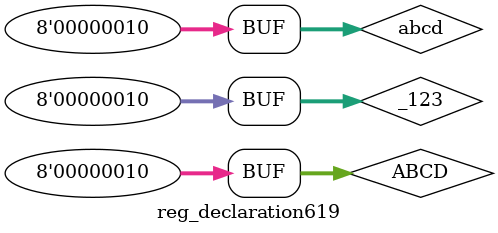
<source format=v>
module testbench_reg_declaration;
    reg_declaration0 reg_declaration_instance0();
    reg_declaration1 reg_declaration_instance1();
    reg_declaration2 reg_declaration_instance2();
    reg_declaration3 reg_declaration_instance3();
    reg_declaration4 reg_declaration_instance4();
    reg_declaration5 reg_declaration_instance5();
    reg_declaration6 reg_declaration_instance6();
    reg_declaration7 reg_declaration_instance7();
    reg_declaration8 reg_declaration_instance8();
    reg_declaration9 reg_declaration_instance9();
    reg_declaration10 reg_declaration_instance10();
    reg_declaration11 reg_declaration_instance11();
    reg_declaration12 reg_declaration_instance12();
    reg_declaration13 reg_declaration_instance13();
    reg_declaration14 reg_declaration_instance14();
    reg_declaration15 reg_declaration_instance15();
    reg_declaration16 reg_declaration_instance16();
    reg_declaration17 reg_declaration_instance17();
    reg_declaration18 reg_declaration_instance18();
    reg_declaration19 reg_declaration_instance19();
    reg_declaration20 reg_declaration_instance20();
    reg_declaration21 reg_declaration_instance21();
    reg_declaration22 reg_declaration_instance22();
    reg_declaration23 reg_declaration_instance23();
    reg_declaration24 reg_declaration_instance24();
    reg_declaration25 reg_declaration_instance25();
    reg_declaration26 reg_declaration_instance26();
    reg_declaration27 reg_declaration_instance27();
    reg_declaration28 reg_declaration_instance28();
    reg_declaration29 reg_declaration_instance29();
    reg_declaration30 reg_declaration_instance30();
    reg_declaration31 reg_declaration_instance31();
    reg_declaration32 reg_declaration_instance32();
    reg_declaration33 reg_declaration_instance33();
    reg_declaration34 reg_declaration_instance34();
    reg_declaration35 reg_declaration_instance35();
    reg_declaration36 reg_declaration_instance36();
    reg_declaration37 reg_declaration_instance37();
    reg_declaration38 reg_declaration_instance38();
    reg_declaration39 reg_declaration_instance39();
    reg_declaration40 reg_declaration_instance40();
    reg_declaration41 reg_declaration_instance41();
    reg_declaration42 reg_declaration_instance42();
    reg_declaration43 reg_declaration_instance43();
    reg_declaration44 reg_declaration_instance44();
    reg_declaration45 reg_declaration_instance45();
    reg_declaration46 reg_declaration_instance46();
    reg_declaration47 reg_declaration_instance47();
    reg_declaration48 reg_declaration_instance48();
    reg_declaration49 reg_declaration_instance49();
    reg_declaration50 reg_declaration_instance50();
    reg_declaration51 reg_declaration_instance51();
    reg_declaration52 reg_declaration_instance52();
    reg_declaration53 reg_declaration_instance53();
    reg_declaration54 reg_declaration_instance54();
    reg_declaration55 reg_declaration_instance55();
    reg_declaration56 reg_declaration_instance56();
    reg_declaration57 reg_declaration_instance57();
    reg_declaration58 reg_declaration_instance58();
    reg_declaration59 reg_declaration_instance59();
    reg_declaration60 reg_declaration_instance60();
    reg_declaration61 reg_declaration_instance61();
    reg_declaration62 reg_declaration_instance62();
    reg_declaration63 reg_declaration_instance63();
    reg_declaration64 reg_declaration_instance64();
    reg_declaration65 reg_declaration_instance65();
    reg_declaration66 reg_declaration_instance66();
    reg_declaration67 reg_declaration_instance67();
    reg_declaration68 reg_declaration_instance68();
    reg_declaration69 reg_declaration_instance69();
    reg_declaration70 reg_declaration_instance70();
    reg_declaration71 reg_declaration_instance71();
    reg_declaration72 reg_declaration_instance72();
    reg_declaration73 reg_declaration_instance73();
    reg_declaration74 reg_declaration_instance74();
    reg_declaration75 reg_declaration_instance75();
    reg_declaration76 reg_declaration_instance76();
    reg_declaration77 reg_declaration_instance77();
    reg_declaration78 reg_declaration_instance78();
    reg_declaration79 reg_declaration_instance79();
    reg_declaration80 reg_declaration_instance80();
    reg_declaration81 reg_declaration_instance81();
    reg_declaration82 reg_declaration_instance82();
    reg_declaration83 reg_declaration_instance83();
    reg_declaration84 reg_declaration_instance84();
    reg_declaration85 reg_declaration_instance85();
    reg_declaration86 reg_declaration_instance86();
    reg_declaration87 reg_declaration_instance87();
    reg_declaration88 reg_declaration_instance88();
    reg_declaration89 reg_declaration_instance89();
    reg_declaration90 reg_declaration_instance90();
    reg_declaration91 reg_declaration_instance91();
    reg_declaration92 reg_declaration_instance92();
    reg_declaration93 reg_declaration_instance93();
    reg_declaration94 reg_declaration_instance94();
    reg_declaration95 reg_declaration_instance95();
    reg_declaration96 reg_declaration_instance96();
    reg_declaration97 reg_declaration_instance97();
    reg_declaration98 reg_declaration_instance98();
    reg_declaration99 reg_declaration_instance99();
    reg_declaration100 reg_declaration_instance100();
    reg_declaration101 reg_declaration_instance101();
    reg_declaration102 reg_declaration_instance102();
    reg_declaration103 reg_declaration_instance103();
    reg_declaration104 reg_declaration_instance104();
    reg_declaration105 reg_declaration_instance105();
    reg_declaration106 reg_declaration_instance106();
    reg_declaration107 reg_declaration_instance107();
    reg_declaration108 reg_declaration_instance108();
    reg_declaration109 reg_declaration_instance109();
    reg_declaration110 reg_declaration_instance110();
    reg_declaration111 reg_declaration_instance111();
    reg_declaration112 reg_declaration_instance112();
    reg_declaration113 reg_declaration_instance113();
    reg_declaration114 reg_declaration_instance114();
    reg_declaration115 reg_declaration_instance115();
    reg_declaration116 reg_declaration_instance116();
    reg_declaration117 reg_declaration_instance117();
    reg_declaration118 reg_declaration_instance118();
    reg_declaration119 reg_declaration_instance119();
    reg_declaration120 reg_declaration_instance120();
    reg_declaration121 reg_declaration_instance121();
    reg_declaration122 reg_declaration_instance122();
    reg_declaration123 reg_declaration_instance123();
    reg_declaration124 reg_declaration_instance124();
    reg_declaration125 reg_declaration_instance125();
    reg_declaration126 reg_declaration_instance126();
    reg_declaration127 reg_declaration_instance127();
    reg_declaration128 reg_declaration_instance128();
    reg_declaration129 reg_declaration_instance129();
    reg_declaration130 reg_declaration_instance130();
    reg_declaration131 reg_declaration_instance131();
    reg_declaration132 reg_declaration_instance132();
    reg_declaration133 reg_declaration_instance133();
    reg_declaration134 reg_declaration_instance134();
    reg_declaration135 reg_declaration_instance135();
    reg_declaration136 reg_declaration_instance136();
    reg_declaration137 reg_declaration_instance137();
    reg_declaration138 reg_declaration_instance138();
    reg_declaration139 reg_declaration_instance139();
    reg_declaration140 reg_declaration_instance140();
    reg_declaration141 reg_declaration_instance141();
    reg_declaration142 reg_declaration_instance142();
    reg_declaration143 reg_declaration_instance143();
    reg_declaration144 reg_declaration_instance144();
    reg_declaration145 reg_declaration_instance145();
    reg_declaration146 reg_declaration_instance146();
    reg_declaration147 reg_declaration_instance147();
    reg_declaration148 reg_declaration_instance148();
    reg_declaration149 reg_declaration_instance149();
    reg_declaration150 reg_declaration_instance150();
    reg_declaration151 reg_declaration_instance151();
    reg_declaration152 reg_declaration_instance152();
    reg_declaration153 reg_declaration_instance153();
    reg_declaration154 reg_declaration_instance154();
    reg_declaration155 reg_declaration_instance155();
    reg_declaration156 reg_declaration_instance156();
    reg_declaration157 reg_declaration_instance157();
    reg_declaration158 reg_declaration_instance158();
    reg_declaration159 reg_declaration_instance159();
    reg_declaration160 reg_declaration_instance160();
    reg_declaration161 reg_declaration_instance161();
    reg_declaration162 reg_declaration_instance162();
    reg_declaration163 reg_declaration_instance163();
    reg_declaration164 reg_declaration_instance164();
    reg_declaration165 reg_declaration_instance165();
    reg_declaration166 reg_declaration_instance166();
    reg_declaration167 reg_declaration_instance167();
    reg_declaration168 reg_declaration_instance168();
    reg_declaration169 reg_declaration_instance169();
    reg_declaration170 reg_declaration_instance170();
    reg_declaration171 reg_declaration_instance171();
    reg_declaration172 reg_declaration_instance172();
    reg_declaration173 reg_declaration_instance173();
    reg_declaration174 reg_declaration_instance174();
    reg_declaration175 reg_declaration_instance175();
    reg_declaration176 reg_declaration_instance176();
    reg_declaration177 reg_declaration_instance177();
    reg_declaration178 reg_declaration_instance178();
    reg_declaration179 reg_declaration_instance179();
    reg_declaration180 reg_declaration_instance180();
    reg_declaration181 reg_declaration_instance181();
    reg_declaration182 reg_declaration_instance182();
    reg_declaration183 reg_declaration_instance183();
    reg_declaration184 reg_declaration_instance184();
    reg_declaration185 reg_declaration_instance185();
    reg_declaration186 reg_declaration_instance186();
    reg_declaration187 reg_declaration_instance187();
    reg_declaration188 reg_declaration_instance188();
    reg_declaration189 reg_declaration_instance189();
    reg_declaration190 reg_declaration_instance190();
    reg_declaration191 reg_declaration_instance191();
    reg_declaration192 reg_declaration_instance192();
    reg_declaration193 reg_declaration_instance193();
    reg_declaration194 reg_declaration_instance194();
    reg_declaration195 reg_declaration_instance195();
    reg_declaration196 reg_declaration_instance196();
    reg_declaration197 reg_declaration_instance197();
    reg_declaration198 reg_declaration_instance198();
    reg_declaration199 reg_declaration_instance199();
    reg_declaration200 reg_declaration_instance200();
    reg_declaration201 reg_declaration_instance201();
    reg_declaration202 reg_declaration_instance202();
    reg_declaration203 reg_declaration_instance203();
    reg_declaration204 reg_declaration_instance204();
    reg_declaration205 reg_declaration_instance205();
    reg_declaration206 reg_declaration_instance206();
    reg_declaration207 reg_declaration_instance207();
    reg_declaration208 reg_declaration_instance208();
    reg_declaration209 reg_declaration_instance209();
    reg_declaration210 reg_declaration_instance210();
    reg_declaration211 reg_declaration_instance211();
    reg_declaration212 reg_declaration_instance212();
    reg_declaration213 reg_declaration_instance213();
    reg_declaration214 reg_declaration_instance214();
    reg_declaration215 reg_declaration_instance215();
    reg_declaration216 reg_declaration_instance216();
    reg_declaration217 reg_declaration_instance217();
    reg_declaration218 reg_declaration_instance218();
    reg_declaration219 reg_declaration_instance219();
    reg_declaration220 reg_declaration_instance220();
    reg_declaration221 reg_declaration_instance221();
    reg_declaration222 reg_declaration_instance222();
    reg_declaration223 reg_declaration_instance223();
    reg_declaration224 reg_declaration_instance224();
    reg_declaration225 reg_declaration_instance225();
    reg_declaration226 reg_declaration_instance226();
    reg_declaration227 reg_declaration_instance227();
    reg_declaration228 reg_declaration_instance228();
    reg_declaration229 reg_declaration_instance229();
    reg_declaration230 reg_declaration_instance230();
    reg_declaration231 reg_declaration_instance231();
    reg_declaration232 reg_declaration_instance232();
    reg_declaration233 reg_declaration_instance233();
    reg_declaration234 reg_declaration_instance234();
    reg_declaration235 reg_declaration_instance235();
    reg_declaration236 reg_declaration_instance236();
    reg_declaration237 reg_declaration_instance237();
    reg_declaration238 reg_declaration_instance238();
    reg_declaration239 reg_declaration_instance239();
    reg_declaration240 reg_declaration_instance240();
    reg_declaration241 reg_declaration_instance241();
    reg_declaration242 reg_declaration_instance242();
    reg_declaration243 reg_declaration_instance243();
    reg_declaration244 reg_declaration_instance244();
    reg_declaration245 reg_declaration_instance245();
    reg_declaration246 reg_declaration_instance246();
    reg_declaration247 reg_declaration_instance247();
    reg_declaration248 reg_declaration_instance248();
    reg_declaration249 reg_declaration_instance249();
    reg_declaration250 reg_declaration_instance250();
    reg_declaration251 reg_declaration_instance251();
    reg_declaration252 reg_declaration_instance252();
    reg_declaration253 reg_declaration_instance253();
    reg_declaration254 reg_declaration_instance254();
    reg_declaration255 reg_declaration_instance255();
    reg_declaration256 reg_declaration_instance256();
    reg_declaration257 reg_declaration_instance257();
    reg_declaration258 reg_declaration_instance258();
    reg_declaration259 reg_declaration_instance259();
    reg_declaration260 reg_declaration_instance260();
    reg_declaration261 reg_declaration_instance261();
    reg_declaration262 reg_declaration_instance262();
    reg_declaration263 reg_declaration_instance263();
    reg_declaration264 reg_declaration_instance264();
    reg_declaration265 reg_declaration_instance265();
    reg_declaration266 reg_declaration_instance266();
    reg_declaration267 reg_declaration_instance267();
    reg_declaration268 reg_declaration_instance268();
    reg_declaration269 reg_declaration_instance269();
    reg_declaration270 reg_declaration_instance270();
    reg_declaration271 reg_declaration_instance271();
    reg_declaration272 reg_declaration_instance272();
    reg_declaration273 reg_declaration_instance273();
    reg_declaration274 reg_declaration_instance274();
    reg_declaration275 reg_declaration_instance275();
    reg_declaration276 reg_declaration_instance276();
    reg_declaration277 reg_declaration_instance277();
    reg_declaration278 reg_declaration_instance278();
    reg_declaration279 reg_declaration_instance279();
    reg_declaration280 reg_declaration_instance280();
    reg_declaration281 reg_declaration_instance281();
    reg_declaration282 reg_declaration_instance282();
    reg_declaration283 reg_declaration_instance283();
    reg_declaration284 reg_declaration_instance284();
    reg_declaration285 reg_declaration_instance285();
    reg_declaration286 reg_declaration_instance286();
    reg_declaration287 reg_declaration_instance287();
    reg_declaration288 reg_declaration_instance288();
    reg_declaration289 reg_declaration_instance289();
    reg_declaration290 reg_declaration_instance290();
    reg_declaration291 reg_declaration_instance291();
    reg_declaration292 reg_declaration_instance292();
    reg_declaration293 reg_declaration_instance293();
    reg_declaration294 reg_declaration_instance294();
    reg_declaration295 reg_declaration_instance295();
    reg_declaration296 reg_declaration_instance296();
    reg_declaration297 reg_declaration_instance297();
    reg_declaration298 reg_declaration_instance298();
    reg_declaration299 reg_declaration_instance299();
    reg_declaration300 reg_declaration_instance300();
    reg_declaration301 reg_declaration_instance301();
    reg_declaration302 reg_declaration_instance302();
    reg_declaration303 reg_declaration_instance303();
    reg_declaration304 reg_declaration_instance304();
    reg_declaration305 reg_declaration_instance305();
    reg_declaration306 reg_declaration_instance306();
    reg_declaration307 reg_declaration_instance307();
    reg_declaration308 reg_declaration_instance308();
    reg_declaration309 reg_declaration_instance309();
    reg_declaration310 reg_declaration_instance310();
    reg_declaration311 reg_declaration_instance311();
    reg_declaration312 reg_declaration_instance312();
    reg_declaration313 reg_declaration_instance313();
    reg_declaration314 reg_declaration_instance314();
    reg_declaration315 reg_declaration_instance315();
    reg_declaration316 reg_declaration_instance316();
    reg_declaration317 reg_declaration_instance317();
    reg_declaration318 reg_declaration_instance318();
    reg_declaration319 reg_declaration_instance319();
    reg_declaration320 reg_declaration_instance320();
    reg_declaration321 reg_declaration_instance321();
    reg_declaration322 reg_declaration_instance322();
    reg_declaration323 reg_declaration_instance323();
    reg_declaration324 reg_declaration_instance324();
    reg_declaration325 reg_declaration_instance325();
    reg_declaration326 reg_declaration_instance326();
    reg_declaration327 reg_declaration_instance327();
    reg_declaration328 reg_declaration_instance328();
    reg_declaration329 reg_declaration_instance329();
    reg_declaration330 reg_declaration_instance330();
    reg_declaration331 reg_declaration_instance331();
    reg_declaration332 reg_declaration_instance332();
    reg_declaration333 reg_declaration_instance333();
    reg_declaration334 reg_declaration_instance334();
    reg_declaration335 reg_declaration_instance335();
    reg_declaration336 reg_declaration_instance336();
    reg_declaration337 reg_declaration_instance337();
    reg_declaration338 reg_declaration_instance338();
    reg_declaration339 reg_declaration_instance339();
    reg_declaration340 reg_declaration_instance340();
    reg_declaration341 reg_declaration_instance341();
    reg_declaration342 reg_declaration_instance342();
    reg_declaration343 reg_declaration_instance343();
    reg_declaration344 reg_declaration_instance344();
    reg_declaration345 reg_declaration_instance345();
    reg_declaration346 reg_declaration_instance346();
    reg_declaration347 reg_declaration_instance347();
    reg_declaration348 reg_declaration_instance348();
    reg_declaration349 reg_declaration_instance349();
    reg_declaration350 reg_declaration_instance350();
    reg_declaration351 reg_declaration_instance351();
    reg_declaration352 reg_declaration_instance352();
    reg_declaration353 reg_declaration_instance353();
    reg_declaration354 reg_declaration_instance354();
    reg_declaration355 reg_declaration_instance355();
    reg_declaration356 reg_declaration_instance356();
    reg_declaration357 reg_declaration_instance357();
    reg_declaration358 reg_declaration_instance358();
    reg_declaration359 reg_declaration_instance359();
    reg_declaration360 reg_declaration_instance360();
    reg_declaration361 reg_declaration_instance361();
    reg_declaration362 reg_declaration_instance362();
    reg_declaration363 reg_declaration_instance363();
    reg_declaration364 reg_declaration_instance364();
    reg_declaration365 reg_declaration_instance365();
    reg_declaration366 reg_declaration_instance366();
    reg_declaration367 reg_declaration_instance367();
    reg_declaration368 reg_declaration_instance368();
    reg_declaration369 reg_declaration_instance369();
    reg_declaration370 reg_declaration_instance370();
    reg_declaration371 reg_declaration_instance371();
    reg_declaration372 reg_declaration_instance372();
    reg_declaration373 reg_declaration_instance373();
    reg_declaration374 reg_declaration_instance374();
    reg_declaration375 reg_declaration_instance375();
    reg_declaration376 reg_declaration_instance376();
    reg_declaration377 reg_declaration_instance377();
    reg_declaration378 reg_declaration_instance378();
    reg_declaration379 reg_declaration_instance379();
    reg_declaration380 reg_declaration_instance380();
    reg_declaration381 reg_declaration_instance381();
    reg_declaration382 reg_declaration_instance382();
    reg_declaration383 reg_declaration_instance383();
    reg_declaration384 reg_declaration_instance384();
    reg_declaration385 reg_declaration_instance385();
    reg_declaration386 reg_declaration_instance386();
    reg_declaration387 reg_declaration_instance387();
    reg_declaration388 reg_declaration_instance388();
    reg_declaration389 reg_declaration_instance389();
    reg_declaration390 reg_declaration_instance390();
    reg_declaration391 reg_declaration_instance391();
    reg_declaration392 reg_declaration_instance392();
    reg_declaration393 reg_declaration_instance393();
    reg_declaration394 reg_declaration_instance394();
    reg_declaration395 reg_declaration_instance395();
    reg_declaration396 reg_declaration_instance396();
    reg_declaration397 reg_declaration_instance397();
    reg_declaration398 reg_declaration_instance398();
    reg_declaration399 reg_declaration_instance399();
    reg_declaration400 reg_declaration_instance400();
    reg_declaration401 reg_declaration_instance401();
    reg_declaration402 reg_declaration_instance402();
    reg_declaration403 reg_declaration_instance403();
    reg_declaration404 reg_declaration_instance404();
    reg_declaration405 reg_declaration_instance405();
    reg_declaration406 reg_declaration_instance406();
    reg_declaration407 reg_declaration_instance407();
    reg_declaration408 reg_declaration_instance408();
    reg_declaration409 reg_declaration_instance409();
    reg_declaration410 reg_declaration_instance410();
    reg_declaration411 reg_declaration_instance411();
    reg_declaration412 reg_declaration_instance412();
    reg_declaration413 reg_declaration_instance413();
    reg_declaration414 reg_declaration_instance414();
    reg_declaration415 reg_declaration_instance415();
    reg_declaration416 reg_declaration_instance416();
    reg_declaration417 reg_declaration_instance417();
    reg_declaration418 reg_declaration_instance418();
    reg_declaration419 reg_declaration_instance419();
    reg_declaration420 reg_declaration_instance420();
    reg_declaration421 reg_declaration_instance421();
    reg_declaration422 reg_declaration_instance422();
    reg_declaration423 reg_declaration_instance423();
    reg_declaration424 reg_declaration_instance424();
    reg_declaration425 reg_declaration_instance425();
    reg_declaration426 reg_declaration_instance426();
    reg_declaration427 reg_declaration_instance427();
    reg_declaration428 reg_declaration_instance428();
    reg_declaration429 reg_declaration_instance429();
    reg_declaration430 reg_declaration_instance430();
    reg_declaration431 reg_declaration_instance431();
    reg_declaration432 reg_declaration_instance432();
    reg_declaration433 reg_declaration_instance433();
    reg_declaration434 reg_declaration_instance434();
    reg_declaration435 reg_declaration_instance435();
    reg_declaration436 reg_declaration_instance436();
    reg_declaration437 reg_declaration_instance437();
    reg_declaration438 reg_declaration_instance438();
    reg_declaration439 reg_declaration_instance439();
    reg_declaration440 reg_declaration_instance440();
    reg_declaration441 reg_declaration_instance441();
    reg_declaration442 reg_declaration_instance442();
    reg_declaration443 reg_declaration_instance443();
    reg_declaration444 reg_declaration_instance444();
    reg_declaration445 reg_declaration_instance445();
    reg_declaration446 reg_declaration_instance446();
    reg_declaration447 reg_declaration_instance447();
    reg_declaration448 reg_declaration_instance448();
    reg_declaration449 reg_declaration_instance449();
    reg_declaration450 reg_declaration_instance450();
    reg_declaration451 reg_declaration_instance451();
    reg_declaration452 reg_declaration_instance452();
    reg_declaration453 reg_declaration_instance453();
    reg_declaration454 reg_declaration_instance454();
    reg_declaration455 reg_declaration_instance455();
    reg_declaration456 reg_declaration_instance456();
    reg_declaration457 reg_declaration_instance457();
    reg_declaration458 reg_declaration_instance458();
    reg_declaration459 reg_declaration_instance459();
    reg_declaration460 reg_declaration_instance460();
    reg_declaration461 reg_declaration_instance461();
    reg_declaration462 reg_declaration_instance462();
    reg_declaration463 reg_declaration_instance463();
    reg_declaration464 reg_declaration_instance464();
    reg_declaration465 reg_declaration_instance465();
    reg_declaration466 reg_declaration_instance466();
    reg_declaration467 reg_declaration_instance467();
    reg_declaration468 reg_declaration_instance468();
    reg_declaration469 reg_declaration_instance469();
    reg_declaration470 reg_declaration_instance470();
    reg_declaration471 reg_declaration_instance471();
    reg_declaration472 reg_declaration_instance472();
    reg_declaration473 reg_declaration_instance473();
    reg_declaration474 reg_declaration_instance474();
    reg_declaration475 reg_declaration_instance475();
    reg_declaration476 reg_declaration_instance476();
    reg_declaration477 reg_declaration_instance477();
    reg_declaration478 reg_declaration_instance478();
    reg_declaration479 reg_declaration_instance479();
    reg_declaration480 reg_declaration_instance480();
    reg_declaration481 reg_declaration_instance481();
    reg_declaration482 reg_declaration_instance482();
    reg_declaration483 reg_declaration_instance483();
    reg_declaration484 reg_declaration_instance484();
    reg_declaration485 reg_declaration_instance485();
    reg_declaration486 reg_declaration_instance486();
    reg_declaration487 reg_declaration_instance487();
    reg_declaration488 reg_declaration_instance488();
    reg_declaration489 reg_declaration_instance489();
    reg_declaration490 reg_declaration_instance490();
    reg_declaration491 reg_declaration_instance491();
    reg_declaration492 reg_declaration_instance492();
    reg_declaration493 reg_declaration_instance493();
    reg_declaration494 reg_declaration_instance494();
    reg_declaration495 reg_declaration_instance495();
    reg_declaration496 reg_declaration_instance496();
    reg_declaration497 reg_declaration_instance497();
    reg_declaration498 reg_declaration_instance498();
    reg_declaration499 reg_declaration_instance499();
    reg_declaration500 reg_declaration_instance500();
    reg_declaration501 reg_declaration_instance501();
    reg_declaration502 reg_declaration_instance502();
    reg_declaration503 reg_declaration_instance503();
    reg_declaration504 reg_declaration_instance504();
    reg_declaration505 reg_declaration_instance505();
    reg_declaration506 reg_declaration_instance506();
    reg_declaration507 reg_declaration_instance507();
    reg_declaration508 reg_declaration_instance508();
    reg_declaration509 reg_declaration_instance509();
    reg_declaration510 reg_declaration_instance510();
    reg_declaration511 reg_declaration_instance511();
    reg_declaration512 reg_declaration_instance512();
    reg_declaration513 reg_declaration_instance513();
    reg_declaration514 reg_declaration_instance514();
    reg_declaration515 reg_declaration_instance515();
    reg_declaration516 reg_declaration_instance516();
    reg_declaration517 reg_declaration_instance517();
    reg_declaration518 reg_declaration_instance518();
    reg_declaration519 reg_declaration_instance519();
    reg_declaration520 reg_declaration_instance520();
    reg_declaration521 reg_declaration_instance521();
    reg_declaration522 reg_declaration_instance522();
    reg_declaration523 reg_declaration_instance523();
    reg_declaration524 reg_declaration_instance524();
    reg_declaration525 reg_declaration_instance525();
    reg_declaration526 reg_declaration_instance526();
    reg_declaration527 reg_declaration_instance527();
    reg_declaration528 reg_declaration_instance528();
    reg_declaration529 reg_declaration_instance529();
    reg_declaration530 reg_declaration_instance530();
    reg_declaration531 reg_declaration_instance531();
    reg_declaration532 reg_declaration_instance532();
    reg_declaration533 reg_declaration_instance533();
    reg_declaration534 reg_declaration_instance534();
    reg_declaration535 reg_declaration_instance535();
    reg_declaration536 reg_declaration_instance536();
    reg_declaration537 reg_declaration_instance537();
    reg_declaration538 reg_declaration_instance538();
    reg_declaration539 reg_declaration_instance539();
    reg_declaration540 reg_declaration_instance540();
    reg_declaration541 reg_declaration_instance541();
    reg_declaration542 reg_declaration_instance542();
    reg_declaration543 reg_declaration_instance543();
    reg_declaration544 reg_declaration_instance544();
    reg_declaration545 reg_declaration_instance545();
    reg_declaration546 reg_declaration_instance546();
    reg_declaration547 reg_declaration_instance547();
    reg_declaration548 reg_declaration_instance548();
    reg_declaration549 reg_declaration_instance549();
    reg_declaration550 reg_declaration_instance550();
    reg_declaration551 reg_declaration_instance551();
    reg_declaration552 reg_declaration_instance552();
    reg_declaration553 reg_declaration_instance553();
    reg_declaration554 reg_declaration_instance554();
    reg_declaration555 reg_declaration_instance555();
    reg_declaration556 reg_declaration_instance556();
    reg_declaration557 reg_declaration_instance557();
    reg_declaration558 reg_declaration_instance558();
    reg_declaration559 reg_declaration_instance559();
    reg_declaration560 reg_declaration_instance560();
    reg_declaration561 reg_declaration_instance561();
    reg_declaration562 reg_declaration_instance562();
    reg_declaration563 reg_declaration_instance563();
    reg_declaration564 reg_declaration_instance564();
    reg_declaration565 reg_declaration_instance565();
    reg_declaration566 reg_declaration_instance566();
    reg_declaration567 reg_declaration_instance567();
    reg_declaration568 reg_declaration_instance568();
    reg_declaration569 reg_declaration_instance569();
    reg_declaration570 reg_declaration_instance570();
    reg_declaration571 reg_declaration_instance571();
    reg_declaration572 reg_declaration_instance572();
    reg_declaration573 reg_declaration_instance573();
    reg_declaration574 reg_declaration_instance574();
    reg_declaration575 reg_declaration_instance575();
    reg_declaration576 reg_declaration_instance576();
    reg_declaration577 reg_declaration_instance577();
    reg_declaration578 reg_declaration_instance578();
    reg_declaration579 reg_declaration_instance579();
    reg_declaration580 reg_declaration_instance580();
    reg_declaration581 reg_declaration_instance581();
    reg_declaration582 reg_declaration_instance582();
    reg_declaration583 reg_declaration_instance583();
    reg_declaration584 reg_declaration_instance584();
    reg_declaration585 reg_declaration_instance585();
    reg_declaration586 reg_declaration_instance586();
    reg_declaration587 reg_declaration_instance587();
    reg_declaration588 reg_declaration_instance588();
    reg_declaration589 reg_declaration_instance589();
    reg_declaration590 reg_declaration_instance590();
    reg_declaration591 reg_declaration_instance591();
    reg_declaration592 reg_declaration_instance592();
    reg_declaration593 reg_declaration_instance593();
    reg_declaration594 reg_declaration_instance594();
    reg_declaration595 reg_declaration_instance595();
    reg_declaration596 reg_declaration_instance596();
    reg_declaration597 reg_declaration_instance597();
    reg_declaration598 reg_declaration_instance598();
    reg_declaration599 reg_declaration_instance599();
    reg_declaration600 reg_declaration_instance600();
    reg_declaration601 reg_declaration_instance601();
    reg_declaration602 reg_declaration_instance602();
    reg_declaration603 reg_declaration_instance603();
    reg_declaration604 reg_declaration_instance604();
    reg_declaration605 reg_declaration_instance605();
    reg_declaration606 reg_declaration_instance606();
    reg_declaration607 reg_declaration_instance607();
    reg_declaration608 reg_declaration_instance608();
    reg_declaration609 reg_declaration_instance609();
    reg_declaration610 reg_declaration_instance610();
    reg_declaration611 reg_declaration_instance611();
    reg_declaration612 reg_declaration_instance612();
    reg_declaration613 reg_declaration_instance613();
    reg_declaration614 reg_declaration_instance614();
    reg_declaration615 reg_declaration_instance615();
    reg_declaration616 reg_declaration_instance616();
    reg_declaration617 reg_declaration_instance617();
    reg_declaration618 reg_declaration_instance618();
    reg_declaration619 reg_declaration_instance619();
endmodule
//@
//author : andreib
module reg_declaration0;
reg abcd;
endmodule
//author : andreib
module reg_declaration1;
reg abcd , ABCD;
endmodule
//author : andreib
module reg_declaration2;
reg abcd , ABCD , _123;
endmodule
//author : andreib
module reg_declaration3;
reg abcd , ABCD , _123 [ 2 : 2 ];
endmodule
//author : andreib
module reg_declaration4;
reg abcd , ABCD , _123 [ 2 : 2 ] [ 2 : 2 ];
endmodule
//author : andreib
module reg_declaration5;
reg abcd , ABCD , _123 [ 2 : 2 ] [ 2 : 2 ] [ 2 : 2 ];
endmodule
//author : andreib
module reg_declaration6;
reg abcd , ABCD , _123 = 2;
endmodule
//author : andreib
module reg_declaration7;
reg abcd , ABCD [ 2 : 2 ];
endmodule
//author : andreib
module reg_declaration8;
reg abcd , ABCD [ 2 : 2 ] , _123;
endmodule
//author : andreib
module reg_declaration9;
reg abcd , ABCD [ 2 : 2 ] , _123 [ 2 : 2 ];
endmodule
//author : andreib
module reg_declaration10;
reg abcd , ABCD [ 2 : 2 ] , _123 [ 2 : 2 ] [ 2 : 2 ];
endmodule
//author : andreib
module reg_declaration11;
reg abcd , ABCD [ 2 : 2 ] , _123 [ 2 : 2 ] [ 2 : 2 ] [ 2 : 2 ];
endmodule
//author : andreib
module reg_declaration12;
reg abcd , ABCD [ 2 : 2 ] , _123 = 2;
endmodule
//author : andreib
module reg_declaration13;
reg abcd , ABCD [ 2 : 2 ] [ 2 : 2 ];
endmodule
//author : andreib
module reg_declaration14;
reg abcd , ABCD [ 2 : 2 ] [ 2 : 2 ] , _123;
endmodule
//author : andreib
module reg_declaration15;
reg abcd , ABCD [ 2 : 2 ] [ 2 : 2 ] , _123 [ 2 : 2 ];
endmodule
//author : andreib
module reg_declaration16;
reg abcd , ABCD [ 2 : 2 ] [ 2 : 2 ] , _123 [ 2 : 2 ] [ 2 : 2 ];
endmodule
//author : andreib
module reg_declaration17;
reg abcd , ABCD [ 2 : 2 ] [ 2 : 2 ] , _123 [ 2 : 2 ] [ 2 : 2 ] [ 2 : 2 ];
endmodule
//author : andreib
module reg_declaration18;
reg abcd , ABCD [ 2 : 2 ] [ 2 : 2 ] , _123 = 2;
endmodule
//author : andreib
module reg_declaration19;
reg abcd , ABCD [ 2 : 2 ] [ 2 : 2 ] [ 2 : 2 ];
endmodule
//author : andreib
module reg_declaration20;
reg abcd , ABCD [ 2 : 2 ] [ 2 : 2 ] [ 2 : 2 ] , _123;
endmodule
//author : andreib
module reg_declaration21;
reg abcd , ABCD [ 2 : 2 ] [ 2 : 2 ] [ 2 : 2 ] , _123 [ 2 : 2 ];
endmodule
//author : andreib
module reg_declaration22;
reg abcd , ABCD [ 2 : 2 ] [ 2 : 2 ] [ 2 : 2 ] , _123 [ 2 : 2 ] [ 2 : 2 ];
endmodule
//author : andreib
module reg_declaration23;
reg abcd , ABCD [ 2 : 2 ] [ 2 : 2 ] [ 2 : 2 ] , _123 [ 2 : 2 ] [ 2 : 2 ] [ 2 : 2 ];
endmodule
//author : andreib
module reg_declaration24;
reg abcd , ABCD [ 2 : 2 ] [ 2 : 2 ] [ 2 : 2 ] , _123 = 2;
endmodule
//author : andreib
module reg_declaration25;
reg abcd , ABCD = 2;
endmodule
//author : andreib
module reg_declaration26;
reg abcd , ABCD = 2 , _123;
endmodule
//author : andreib
module reg_declaration27;
reg abcd , ABCD = 2 , _123 [ 2 : 2 ];
endmodule
//author : andreib
module reg_declaration28;
reg abcd , ABCD = 2 , _123 [ 2 : 2 ] [ 2 : 2 ];
endmodule
//author : andreib
module reg_declaration29;
reg abcd , ABCD = 2 , _123 [ 2 : 2 ] [ 2 : 2 ] [ 2 : 2 ];
endmodule
//author : andreib
module reg_declaration30;
reg abcd , ABCD = 2 , _123 = 2;
endmodule
//author : andreib
module reg_declaration31;
reg abcd [ 2 : 2 ];
endmodule
//author : andreib
module reg_declaration32;
reg abcd [ 2 : 2 ] , ABCD;
endmodule
//author : andreib
module reg_declaration33;
reg abcd [ 2 : 2 ] , ABCD , _123;
endmodule
//author : andreib
module reg_declaration34;
reg abcd [ 2 : 2 ] , ABCD , _123 [ 2 : 2 ];
endmodule
//author : andreib
module reg_declaration35;
reg abcd [ 2 : 2 ] , ABCD , _123 [ 2 : 2 ] [ 2 : 2 ];
endmodule
//author : andreib
module reg_declaration36;
reg abcd [ 2 : 2 ] , ABCD , _123 [ 2 : 2 ] [ 2 : 2 ] [ 2 : 2 ];
endmodule
//author : andreib
module reg_declaration37;
reg abcd [ 2 : 2 ] , ABCD , _123 = 2;
endmodule
//author : andreib
module reg_declaration38;
reg abcd [ 2 : 2 ] , ABCD [ 2 : 2 ];
endmodule
//author : andreib
module reg_declaration39;
reg abcd [ 2 : 2 ] , ABCD [ 2 : 2 ] , _123;
endmodule
//author : andreib
module reg_declaration40;
reg abcd [ 2 : 2 ] , ABCD [ 2 : 2 ] , _123 [ 2 : 2 ];
endmodule
//author : andreib
module reg_declaration41;
reg abcd [ 2 : 2 ] , ABCD [ 2 : 2 ] , _123 [ 2 : 2 ] [ 2 : 2 ];
endmodule
//author : andreib
module reg_declaration42;
reg abcd [ 2 : 2 ] , ABCD [ 2 : 2 ] , _123 [ 2 : 2 ] [ 2 : 2 ] [ 2 : 2 ];
endmodule
//author : andreib
module reg_declaration43;
reg abcd [ 2 : 2 ] , ABCD [ 2 : 2 ] , _123 = 2;
endmodule
//author : andreib
module reg_declaration44;
reg abcd [ 2 : 2 ] , ABCD [ 2 : 2 ] [ 2 : 2 ];
endmodule
//author : andreib
module reg_declaration45;
reg abcd [ 2 : 2 ] , ABCD [ 2 : 2 ] [ 2 : 2 ] , _123;
endmodule
//author : andreib
module reg_declaration46;
reg abcd [ 2 : 2 ] , ABCD [ 2 : 2 ] [ 2 : 2 ] , _123 [ 2 : 2 ];
endmodule
//author : andreib
module reg_declaration47;
reg abcd [ 2 : 2 ] , ABCD [ 2 : 2 ] [ 2 : 2 ] , _123 [ 2 : 2 ] [ 2 : 2 ];
endmodule
//author : andreib
module reg_declaration48;
reg abcd [ 2 : 2 ] , ABCD [ 2 : 2 ] [ 2 : 2 ] , _123 [ 2 : 2 ] [ 2 : 2 ] [ 2 : 2 ];
endmodule
//author : andreib
module reg_declaration49;
reg abcd [ 2 : 2 ] , ABCD [ 2 : 2 ] [ 2 : 2 ] , _123 = 2;
endmodule
//author : andreib
module reg_declaration50;
reg abcd [ 2 : 2 ] , ABCD [ 2 : 2 ] [ 2 : 2 ] [ 2 : 2 ];
endmodule
//author : andreib
module reg_declaration51;
reg abcd [ 2 : 2 ] , ABCD [ 2 : 2 ] [ 2 : 2 ] [ 2 : 2 ] , _123;
endmodule
//author : andreib
module reg_declaration52;
reg abcd [ 2 : 2 ] , ABCD [ 2 : 2 ] [ 2 : 2 ] [ 2 : 2 ] , _123 [ 2 : 2 ];
endmodule
//author : andreib
module reg_declaration53;
reg abcd [ 2 : 2 ] , ABCD [ 2 : 2 ] [ 2 : 2 ] [ 2 : 2 ] , _123 [ 2 : 2 ] [ 2 : 2 ];
endmodule
//author : andreib
module reg_declaration54;
reg abcd [ 2 : 2 ] , ABCD [ 2 : 2 ] [ 2 : 2 ] [ 2 : 2 ] , _123 [ 2 : 2 ] [ 2 : 2 ] [ 2 : 2 ];
endmodule
//author : andreib
module reg_declaration55;
reg abcd [ 2 : 2 ] , ABCD [ 2 : 2 ] [ 2 : 2 ] [ 2 : 2 ] , _123 = 2;
endmodule
//author : andreib
module reg_declaration56;
reg abcd [ 2 : 2 ] , ABCD = 2;
endmodule
//author : andreib
module reg_declaration57;
reg abcd [ 2 : 2 ] , ABCD = 2 , _123;
endmodule
//author : andreib
module reg_declaration58;
reg abcd [ 2 : 2 ] , ABCD = 2 , _123 [ 2 : 2 ];
endmodule
//author : andreib
module reg_declaration59;
reg abcd [ 2 : 2 ] , ABCD = 2 , _123 [ 2 : 2 ] [ 2 : 2 ];
endmodule
//author : andreib
module reg_declaration60;
reg abcd [ 2 : 2 ] , ABCD = 2 , _123 [ 2 : 2 ] [ 2 : 2 ] [ 2 : 2 ];
endmodule
//author : andreib
module reg_declaration61;
reg abcd [ 2 : 2 ] , ABCD = 2 , _123 = 2;
endmodule
//author : andreib
module reg_declaration62;
reg abcd [ 2 : 2 ] [ 2 : 2 ];
endmodule
//author : andreib
module reg_declaration63;
reg abcd [ 2 : 2 ] [ 2 : 2 ] , ABCD;
endmodule
//author : andreib
module reg_declaration64;
reg abcd [ 2 : 2 ] [ 2 : 2 ] , ABCD , _123;
endmodule
//author : andreib
module reg_declaration65;
reg abcd [ 2 : 2 ] [ 2 : 2 ] , ABCD , _123 [ 2 : 2 ];
endmodule
//author : andreib
module reg_declaration66;
reg abcd [ 2 : 2 ] [ 2 : 2 ] , ABCD , _123 [ 2 : 2 ] [ 2 : 2 ];
endmodule
//author : andreib
module reg_declaration67;
reg abcd [ 2 : 2 ] [ 2 : 2 ] , ABCD , _123 [ 2 : 2 ] [ 2 : 2 ] [ 2 : 2 ];
endmodule
//author : andreib
module reg_declaration68;
reg abcd [ 2 : 2 ] [ 2 : 2 ] , ABCD , _123 = 2;
endmodule
//author : andreib
module reg_declaration69;
reg abcd [ 2 : 2 ] [ 2 : 2 ] , ABCD [ 2 : 2 ];
endmodule
//author : andreib
module reg_declaration70;
reg abcd [ 2 : 2 ] [ 2 : 2 ] , ABCD [ 2 : 2 ] , _123;
endmodule
//author : andreib
module reg_declaration71;
reg abcd [ 2 : 2 ] [ 2 : 2 ] , ABCD [ 2 : 2 ] , _123 [ 2 : 2 ];
endmodule
//author : andreib
module reg_declaration72;
reg abcd [ 2 : 2 ] [ 2 : 2 ] , ABCD [ 2 : 2 ] , _123 [ 2 : 2 ] [ 2 : 2 ];
endmodule
//author : andreib
module reg_declaration73;
reg abcd [ 2 : 2 ] [ 2 : 2 ] , ABCD [ 2 : 2 ] , _123 [ 2 : 2 ] [ 2 : 2 ] [ 2 : 2 ];
endmodule
//author : andreib
module reg_declaration74;
reg abcd [ 2 : 2 ] [ 2 : 2 ] , ABCD [ 2 : 2 ] , _123 = 2;
endmodule
//author : andreib
module reg_declaration75;
reg abcd [ 2 : 2 ] [ 2 : 2 ] , ABCD [ 2 : 2 ] [ 2 : 2 ];
endmodule
//author : andreib
module reg_declaration76;
reg abcd [ 2 : 2 ] [ 2 : 2 ] , ABCD [ 2 : 2 ] [ 2 : 2 ] , _123;
endmodule
//author : andreib
module reg_declaration77;
reg abcd [ 2 : 2 ] [ 2 : 2 ] , ABCD [ 2 : 2 ] [ 2 : 2 ] , _123 [ 2 : 2 ];
endmodule
//author : andreib
module reg_declaration78;
reg abcd [ 2 : 2 ] [ 2 : 2 ] , ABCD [ 2 : 2 ] [ 2 : 2 ] , _123 [ 2 : 2 ] [ 2 : 2 ];
endmodule
//author : andreib
module reg_declaration79;
reg abcd [ 2 : 2 ] [ 2 : 2 ] , ABCD [ 2 : 2 ] [ 2 : 2 ] , _123 [ 2 : 2 ] [ 2 : 2 ] [ 2 : 2 ];
endmodule
//author : andreib
module reg_declaration80;
reg abcd [ 2 : 2 ] [ 2 : 2 ] , ABCD [ 2 : 2 ] [ 2 : 2 ] , _123 = 2;
endmodule
//author : andreib
module reg_declaration81;
reg abcd [ 2 : 2 ] [ 2 : 2 ] , ABCD [ 2 : 2 ] [ 2 : 2 ] [ 2 : 2 ];
endmodule
//author : andreib
module reg_declaration82;
reg abcd [ 2 : 2 ] [ 2 : 2 ] , ABCD [ 2 : 2 ] [ 2 : 2 ] [ 2 : 2 ] , _123;
endmodule
//author : andreib
module reg_declaration83;
reg abcd [ 2 : 2 ] [ 2 : 2 ] , ABCD [ 2 : 2 ] [ 2 : 2 ] [ 2 : 2 ] , _123 [ 2 : 2 ];
endmodule
//author : andreib
module reg_declaration84;
reg abcd [ 2 : 2 ] [ 2 : 2 ] , ABCD [ 2 : 2 ] [ 2 : 2 ] [ 2 : 2 ] , _123 [ 2 : 2 ] [ 2 : 2 ];
endmodule
//author : andreib
module reg_declaration85;
reg abcd [ 2 : 2 ] [ 2 : 2 ] , ABCD [ 2 : 2 ] [ 2 : 2 ] [ 2 : 2 ] , _123 [ 2 : 2 ] [ 2 : 2 ] [ 2 : 2 ];
endmodule
//author : andreib
module reg_declaration86;
reg abcd [ 2 : 2 ] [ 2 : 2 ] , ABCD [ 2 : 2 ] [ 2 : 2 ] [ 2 : 2 ] , _123 = 2;
endmodule
//author : andreib
module reg_declaration87;
reg abcd [ 2 : 2 ] [ 2 : 2 ] , ABCD = 2;
endmodule
//author : andreib
module reg_declaration88;
reg abcd [ 2 : 2 ] [ 2 : 2 ] , ABCD = 2 , _123;
endmodule
//author : andreib
module reg_declaration89;
reg abcd [ 2 : 2 ] [ 2 : 2 ] , ABCD = 2 , _123 [ 2 : 2 ];
endmodule
//author : andreib
module reg_declaration90;
reg abcd [ 2 : 2 ] [ 2 : 2 ] , ABCD = 2 , _123 [ 2 : 2 ] [ 2 : 2 ];
endmodule
//author : andreib
module reg_declaration91;
reg abcd [ 2 : 2 ] [ 2 : 2 ] , ABCD = 2 , _123 [ 2 : 2 ] [ 2 : 2 ] [ 2 : 2 ];
endmodule
//author : andreib
module reg_declaration92;
reg abcd [ 2 : 2 ] [ 2 : 2 ] , ABCD = 2 , _123 = 2;
endmodule
//author : andreib
module reg_declaration93;
reg abcd [ 2 : 2 ] [ 2 : 2 ] [ 2 : 2 ];
endmodule
//author : andreib
module reg_declaration94;
reg abcd [ 2 : 2 ] [ 2 : 2 ] [ 2 : 2 ] , ABCD;
endmodule
//author : andreib
module reg_declaration95;
reg abcd [ 2 : 2 ] [ 2 : 2 ] [ 2 : 2 ] , ABCD , _123;
endmodule
//author : andreib
module reg_declaration96;
reg abcd [ 2 : 2 ] [ 2 : 2 ] [ 2 : 2 ] , ABCD , _123 [ 2 : 2 ];
endmodule
//author : andreib
module reg_declaration97;
reg abcd [ 2 : 2 ] [ 2 : 2 ] [ 2 : 2 ] , ABCD , _123 [ 2 : 2 ] [ 2 : 2 ];
endmodule
//author : andreib
module reg_declaration98;
reg abcd [ 2 : 2 ] [ 2 : 2 ] [ 2 : 2 ] , ABCD , _123 [ 2 : 2 ] [ 2 : 2 ] [ 2 : 2 ];
endmodule
//author : andreib
module reg_declaration99;
reg abcd [ 2 : 2 ] [ 2 : 2 ] [ 2 : 2 ] , ABCD , _123 = 2;
endmodule
//author : andreib
module reg_declaration100;
reg abcd [ 2 : 2 ] [ 2 : 2 ] [ 2 : 2 ] , ABCD [ 2 : 2 ];
endmodule
//author : andreib
module reg_declaration101;
reg abcd [ 2 : 2 ] [ 2 : 2 ] [ 2 : 2 ] , ABCD [ 2 : 2 ] , _123;
endmodule
//author : andreib
module reg_declaration102;
reg abcd [ 2 : 2 ] [ 2 : 2 ] [ 2 : 2 ] , ABCD [ 2 : 2 ] , _123 [ 2 : 2 ];
endmodule
//author : andreib
module reg_declaration103;
reg abcd [ 2 : 2 ] [ 2 : 2 ] [ 2 : 2 ] , ABCD [ 2 : 2 ] , _123 [ 2 : 2 ] [ 2 : 2 ];
endmodule
//author : andreib
module reg_declaration104;
reg abcd [ 2 : 2 ] [ 2 : 2 ] [ 2 : 2 ] , ABCD [ 2 : 2 ] , _123 [ 2 : 2 ] [ 2 : 2 ] [ 2 : 2 ];
endmodule
//author : andreib
module reg_declaration105;
reg abcd [ 2 : 2 ] [ 2 : 2 ] [ 2 : 2 ] , ABCD [ 2 : 2 ] , _123 = 2;
endmodule
//author : andreib
module reg_declaration106;
reg abcd [ 2 : 2 ] [ 2 : 2 ] [ 2 : 2 ] , ABCD [ 2 : 2 ] [ 2 : 2 ];
endmodule
//author : andreib
module reg_declaration107;
reg abcd [ 2 : 2 ] [ 2 : 2 ] [ 2 : 2 ] , ABCD [ 2 : 2 ] [ 2 : 2 ] , _123;
endmodule
//author : andreib
module reg_declaration108;
reg abcd [ 2 : 2 ] [ 2 : 2 ] [ 2 : 2 ] , ABCD [ 2 : 2 ] [ 2 : 2 ] , _123 [ 2 : 2 ];
endmodule
//author : andreib
module reg_declaration109;
reg abcd [ 2 : 2 ] [ 2 : 2 ] [ 2 : 2 ] , ABCD [ 2 : 2 ] [ 2 : 2 ] , _123 [ 2 : 2 ] [ 2 : 2 ];
endmodule
//author : andreib
module reg_declaration110;
reg abcd [ 2 : 2 ] [ 2 : 2 ] [ 2 : 2 ] , ABCD [ 2 : 2 ] [ 2 : 2 ] , _123 [ 2 : 2 ] [ 2 : 2 ] [ 2 : 2 ];
endmodule
//author : andreib
module reg_declaration111;
reg abcd [ 2 : 2 ] [ 2 : 2 ] [ 2 : 2 ] , ABCD [ 2 : 2 ] [ 2 : 2 ] , _123 = 2;
endmodule
//author : andreib
module reg_declaration112;
reg abcd [ 2 : 2 ] [ 2 : 2 ] [ 2 : 2 ] , ABCD [ 2 : 2 ] [ 2 : 2 ] [ 2 : 2 ];
endmodule
//author : andreib
module reg_declaration113;
reg abcd [ 2 : 2 ] [ 2 : 2 ] [ 2 : 2 ] , ABCD [ 2 : 2 ] [ 2 : 2 ] [ 2 : 2 ] , _123;
endmodule
//author : andreib
module reg_declaration114;
reg abcd [ 2 : 2 ] [ 2 : 2 ] [ 2 : 2 ] , ABCD [ 2 : 2 ] [ 2 : 2 ] [ 2 : 2 ] , _123 [ 2 : 2 ];
endmodule
//author : andreib
module reg_declaration115;
reg abcd [ 2 : 2 ] [ 2 : 2 ] [ 2 : 2 ] , ABCD [ 2 : 2 ] [ 2 : 2 ] [ 2 : 2 ] , _123 [ 2 : 2 ] [ 2 : 2 ];
endmodule
//author : andreib
module reg_declaration116;
reg abcd [ 2 : 2 ] [ 2 : 2 ] [ 2 : 2 ] , ABCD [ 2 : 2 ] [ 2 : 2 ] [ 2 : 2 ] , _123 [ 2 : 2 ] [ 2 : 2 ] [ 2 : 2 ];
endmodule
//author : andreib
module reg_declaration117;
reg abcd [ 2 : 2 ] [ 2 : 2 ] [ 2 : 2 ] , ABCD [ 2 : 2 ] [ 2 : 2 ] [ 2 : 2 ] , _123 = 2;
endmodule
//author : andreib
module reg_declaration118;
reg abcd [ 2 : 2 ] [ 2 : 2 ] [ 2 : 2 ] , ABCD = 2;
endmodule
//author : andreib
module reg_declaration119;
reg abcd [ 2 : 2 ] [ 2 : 2 ] [ 2 : 2 ] , ABCD = 2 , _123;
endmodule
//author : andreib
module reg_declaration120;
reg abcd [ 2 : 2 ] [ 2 : 2 ] [ 2 : 2 ] , ABCD = 2 , _123 [ 2 : 2 ];
endmodule
//author : andreib
module reg_declaration121;
reg abcd [ 2 : 2 ] [ 2 : 2 ] [ 2 : 2 ] , ABCD = 2 , _123 [ 2 : 2 ] [ 2 : 2 ];
endmodule
//author : andreib
module reg_declaration122;
reg abcd [ 2 : 2 ] [ 2 : 2 ] [ 2 : 2 ] , ABCD = 2 , _123 [ 2 : 2 ] [ 2 : 2 ] [ 2 : 2 ];
endmodule
//author : andreib
module reg_declaration123;
reg abcd [ 2 : 2 ] [ 2 : 2 ] [ 2 : 2 ] , ABCD = 2 , _123 = 2;
endmodule
//author : andreib
module reg_declaration124;
reg abcd = 2;
endmodule
//author : andreib
module reg_declaration125;
reg abcd = 2 , ABCD;
endmodule
//author : andreib
module reg_declaration126;
reg abcd = 2 , ABCD , _123;
endmodule
//author : andreib
module reg_declaration127;
reg abcd = 2 , ABCD , _123 [ 2 : 2 ];
endmodule
//author : andreib
module reg_declaration128;
reg abcd = 2 , ABCD , _123 [ 2 : 2 ] [ 2 : 2 ];
endmodule
//author : andreib
module reg_declaration129;
reg abcd = 2 , ABCD , _123 [ 2 : 2 ] [ 2 : 2 ] [ 2 : 2 ];
endmodule
//author : andreib
module reg_declaration130;
reg abcd = 2 , ABCD , _123 = 2;
endmodule
//author : andreib
module reg_declaration131;
reg abcd = 2 , ABCD [ 2 : 2 ];
endmodule
//author : andreib
module reg_declaration132;
reg abcd = 2 , ABCD [ 2 : 2 ] , _123;
endmodule
//author : andreib
module reg_declaration133;
reg abcd = 2 , ABCD [ 2 : 2 ] , _123 [ 2 : 2 ];
endmodule
//author : andreib
module reg_declaration134;
reg abcd = 2 , ABCD [ 2 : 2 ] , _123 [ 2 : 2 ] [ 2 : 2 ];
endmodule
//author : andreib
module reg_declaration135;
reg abcd = 2 , ABCD [ 2 : 2 ] , _123 [ 2 : 2 ] [ 2 : 2 ] [ 2 : 2 ];
endmodule
//author : andreib
module reg_declaration136;
reg abcd = 2 , ABCD [ 2 : 2 ] , _123 = 2;
endmodule
//author : andreib
module reg_declaration137;
reg abcd = 2 , ABCD [ 2 : 2 ] [ 2 : 2 ];
endmodule
//author : andreib
module reg_declaration138;
reg abcd = 2 , ABCD [ 2 : 2 ] [ 2 : 2 ] , _123;
endmodule
//author : andreib
module reg_declaration139;
reg abcd = 2 , ABCD [ 2 : 2 ] [ 2 : 2 ] , _123 [ 2 : 2 ];
endmodule
//author : andreib
module reg_declaration140;
reg abcd = 2 , ABCD [ 2 : 2 ] [ 2 : 2 ] , _123 [ 2 : 2 ] [ 2 : 2 ];
endmodule
//author : andreib
module reg_declaration141;
reg abcd = 2 , ABCD [ 2 : 2 ] [ 2 : 2 ] , _123 [ 2 : 2 ] [ 2 : 2 ] [ 2 : 2 ];
endmodule
//author : andreib
module reg_declaration142;
reg abcd = 2 , ABCD [ 2 : 2 ] [ 2 : 2 ] , _123 = 2;
endmodule
//author : andreib
module reg_declaration143;
reg abcd = 2 , ABCD [ 2 : 2 ] [ 2 : 2 ] [ 2 : 2 ];
endmodule
//author : andreib
module reg_declaration144;
reg abcd = 2 , ABCD [ 2 : 2 ] [ 2 : 2 ] [ 2 : 2 ] , _123;
endmodule
//author : andreib
module reg_declaration145;
reg abcd = 2 , ABCD [ 2 : 2 ] [ 2 : 2 ] [ 2 : 2 ] , _123 [ 2 : 2 ];
endmodule
//author : andreib
module reg_declaration146;
reg abcd = 2 , ABCD [ 2 : 2 ] [ 2 : 2 ] [ 2 : 2 ] , _123 [ 2 : 2 ] [ 2 : 2 ];
endmodule
//author : andreib
module reg_declaration147;
reg abcd = 2 , ABCD [ 2 : 2 ] [ 2 : 2 ] [ 2 : 2 ] , _123 [ 2 : 2 ] [ 2 : 2 ] [ 2 : 2 ];
endmodule
//author : andreib
module reg_declaration148;
reg abcd = 2 , ABCD [ 2 : 2 ] [ 2 : 2 ] [ 2 : 2 ] , _123 = 2;
endmodule
//author : andreib
module reg_declaration149;
reg abcd = 2 , ABCD = 2;
endmodule
//author : andreib
module reg_declaration150;
reg abcd = 2 , ABCD = 2 , _123;
endmodule
//author : andreib
module reg_declaration151;
reg abcd = 2 , ABCD = 2 , _123 [ 2 : 2 ];
endmodule
//author : andreib
module reg_declaration152;
reg abcd = 2 , ABCD = 2 , _123 [ 2 : 2 ] [ 2 : 2 ];
endmodule
//author : andreib
module reg_declaration153;
reg abcd = 2 , ABCD = 2 , _123 [ 2 : 2 ] [ 2 : 2 ] [ 2 : 2 ];
endmodule
//author : andreib
module reg_declaration154;
reg abcd = 2 , ABCD = 2 , _123 = 2;
endmodule
//author : andreib
module reg_declaration155;
reg [ 7 : 0 ] abcd;
endmodule
//author : andreib
module reg_declaration156;
reg [ 7 : 0 ] abcd , ABCD;
endmodule
//author : andreib
module reg_declaration157;
reg [ 7 : 0 ] abcd , ABCD , _123;
endmodule
//author : andreib
module reg_declaration158;
reg [ 7 : 0 ] abcd , ABCD , _123 [ 2 : 2 ];
endmodule
//author : andreib
module reg_declaration159;
reg [ 7 : 0 ] abcd , ABCD , _123 [ 2 : 2 ] [ 2 : 2 ];
endmodule
//author : andreib
module reg_declaration160;
reg [ 7 : 0 ] abcd , ABCD , _123 [ 2 : 2 ] [ 2 : 2 ] [ 2 : 2 ];
endmodule
//author : andreib
module reg_declaration161;
reg [ 7 : 0 ] abcd , ABCD , _123 = 2;
endmodule
//author : andreib
module reg_declaration162;
reg [ 7 : 0 ] abcd , ABCD [ 2 : 2 ];
endmodule
//author : andreib
module reg_declaration163;
reg [ 7 : 0 ] abcd , ABCD [ 2 : 2 ] , _123;
endmodule
//author : andreib
module reg_declaration164;
reg [ 7 : 0 ] abcd , ABCD [ 2 : 2 ] , _123 [ 2 : 2 ];
endmodule
//author : andreib
module reg_declaration165;
reg [ 7 : 0 ] abcd , ABCD [ 2 : 2 ] , _123 [ 2 : 2 ] [ 2 : 2 ];
endmodule
//author : andreib
module reg_declaration166;
reg [ 7 : 0 ] abcd , ABCD [ 2 : 2 ] , _123 [ 2 : 2 ] [ 2 : 2 ] [ 2 : 2 ];
endmodule
//author : andreib
module reg_declaration167;
reg [ 7 : 0 ] abcd , ABCD [ 2 : 2 ] , _123 = 2;
endmodule
//author : andreib
module reg_declaration168;
reg [ 7 : 0 ] abcd , ABCD [ 2 : 2 ] [ 2 : 2 ];
endmodule
//author : andreib
module reg_declaration169;
reg [ 7 : 0 ] abcd , ABCD [ 2 : 2 ] [ 2 : 2 ] , _123;
endmodule
//author : andreib
module reg_declaration170;
reg [ 7 : 0 ] abcd , ABCD [ 2 : 2 ] [ 2 : 2 ] , _123 [ 2 : 2 ];
endmodule
//author : andreib
module reg_declaration171;
reg [ 7 : 0 ] abcd , ABCD [ 2 : 2 ] [ 2 : 2 ] , _123 [ 2 : 2 ] [ 2 : 2 ];
endmodule
//author : andreib
module reg_declaration172;
reg [ 7 : 0 ] abcd , ABCD [ 2 : 2 ] [ 2 : 2 ] , _123 [ 2 : 2 ] [ 2 : 2 ] [ 2 : 2 ];
endmodule
//author : andreib
module reg_declaration173;
reg [ 7 : 0 ] abcd , ABCD [ 2 : 2 ] [ 2 : 2 ] , _123 = 2;
endmodule
//author : andreib
module reg_declaration174;
reg [ 7 : 0 ] abcd , ABCD [ 2 : 2 ] [ 2 : 2 ] [ 2 : 2 ];
endmodule
//author : andreib
module reg_declaration175;
reg [ 7 : 0 ] abcd , ABCD [ 2 : 2 ] [ 2 : 2 ] [ 2 : 2 ] , _123;
endmodule
//author : andreib
module reg_declaration176;
reg [ 7 : 0 ] abcd , ABCD [ 2 : 2 ] [ 2 : 2 ] [ 2 : 2 ] , _123 [ 2 : 2 ];
endmodule
//author : andreib
module reg_declaration177;
reg [ 7 : 0 ] abcd , ABCD [ 2 : 2 ] [ 2 : 2 ] [ 2 : 2 ] , _123 [ 2 : 2 ] [ 2 : 2 ];
endmodule
//author : andreib
module reg_declaration178;
reg [ 7 : 0 ] abcd , ABCD [ 2 : 2 ] [ 2 : 2 ] [ 2 : 2 ] , _123 [ 2 : 2 ] [ 2 : 2 ] [ 2 : 2 ];
endmodule
//author : andreib
module reg_declaration179;
reg [ 7 : 0 ] abcd , ABCD [ 2 : 2 ] [ 2 : 2 ] [ 2 : 2 ] , _123 = 2;
endmodule
//author : andreib
module reg_declaration180;
reg [ 7 : 0 ] abcd , ABCD = 2;
endmodule
//author : andreib
module reg_declaration181;
reg [ 7 : 0 ] abcd , ABCD = 2 , _123;
endmodule
//author : andreib
module reg_declaration182;
reg [ 7 : 0 ] abcd , ABCD = 2 , _123 [ 2 : 2 ];
endmodule
//author : andreib
module reg_declaration183;
reg [ 7 : 0 ] abcd , ABCD = 2 , _123 [ 2 : 2 ] [ 2 : 2 ];
endmodule
//author : andreib
module reg_declaration184;
reg [ 7 : 0 ] abcd , ABCD = 2 , _123 [ 2 : 2 ] [ 2 : 2 ] [ 2 : 2 ];
endmodule
//author : andreib
module reg_declaration185;
reg [ 7 : 0 ] abcd , ABCD = 2 , _123 = 2;
endmodule
//author : andreib
module reg_declaration186;
reg [ 7 : 0 ] abcd [ 2 : 2 ];
endmodule
//author : andreib
module reg_declaration187;
reg [ 7 : 0 ] abcd [ 2 : 2 ] , ABCD;
endmodule
//author : andreib
module reg_declaration188;
reg [ 7 : 0 ] abcd [ 2 : 2 ] , ABCD , _123;
endmodule
//author : andreib
module reg_declaration189;
reg [ 7 : 0 ] abcd [ 2 : 2 ] , ABCD , _123 [ 2 : 2 ];
endmodule
//author : andreib
module reg_declaration190;
reg [ 7 : 0 ] abcd [ 2 : 2 ] , ABCD , _123 [ 2 : 2 ] [ 2 : 2 ];
endmodule
//author : andreib
module reg_declaration191;
reg [ 7 : 0 ] abcd [ 2 : 2 ] , ABCD , _123 [ 2 : 2 ] [ 2 : 2 ] [ 2 : 2 ];
endmodule
//author : andreib
module reg_declaration192;
reg [ 7 : 0 ] abcd [ 2 : 2 ] , ABCD , _123 = 2;
endmodule
//author : andreib
module reg_declaration193;
reg [ 7 : 0 ] abcd [ 2 : 2 ] , ABCD [ 2 : 2 ];
endmodule
//author : andreib
module reg_declaration194;
reg [ 7 : 0 ] abcd [ 2 : 2 ] , ABCD [ 2 : 2 ] , _123;
endmodule
//author : andreib
module reg_declaration195;
reg [ 7 : 0 ] abcd [ 2 : 2 ] , ABCD [ 2 : 2 ] , _123 [ 2 : 2 ];
endmodule
//author : andreib
module reg_declaration196;
reg [ 7 : 0 ] abcd [ 2 : 2 ] , ABCD [ 2 : 2 ] , _123 [ 2 : 2 ] [ 2 : 2 ];
endmodule
//author : andreib
module reg_declaration197;
reg [ 7 : 0 ] abcd [ 2 : 2 ] , ABCD [ 2 : 2 ] , _123 [ 2 : 2 ] [ 2 : 2 ] [ 2 : 2 ];
endmodule
//author : andreib
module reg_declaration198;
reg [ 7 : 0 ] abcd [ 2 : 2 ] , ABCD [ 2 : 2 ] , _123 = 2;
endmodule
//author : andreib
module reg_declaration199;
reg [ 7 : 0 ] abcd [ 2 : 2 ] , ABCD [ 2 : 2 ] [ 2 : 2 ];
endmodule
//author : andreib
module reg_declaration200;
reg [ 7 : 0 ] abcd [ 2 : 2 ] , ABCD [ 2 : 2 ] [ 2 : 2 ] , _123;
endmodule
//author : andreib
module reg_declaration201;
reg [ 7 : 0 ] abcd [ 2 : 2 ] , ABCD [ 2 : 2 ] [ 2 : 2 ] , _123 [ 2 : 2 ];
endmodule
//author : andreib
module reg_declaration202;
reg [ 7 : 0 ] abcd [ 2 : 2 ] , ABCD [ 2 : 2 ] [ 2 : 2 ] , _123 [ 2 : 2 ] [ 2 : 2 ];
endmodule
//author : andreib
module reg_declaration203;
reg [ 7 : 0 ] abcd [ 2 : 2 ] , ABCD [ 2 : 2 ] [ 2 : 2 ] , _123 [ 2 : 2 ] [ 2 : 2 ] [ 2 : 2 ];
endmodule
//author : andreib
module reg_declaration204;
reg [ 7 : 0 ] abcd [ 2 : 2 ] , ABCD [ 2 : 2 ] [ 2 : 2 ] , _123 = 2;
endmodule
//author : andreib
module reg_declaration205;
reg [ 7 : 0 ] abcd [ 2 : 2 ] , ABCD [ 2 : 2 ] [ 2 : 2 ] [ 2 : 2 ];
endmodule
//author : andreib
module reg_declaration206;
reg [ 7 : 0 ] abcd [ 2 : 2 ] , ABCD [ 2 : 2 ] [ 2 : 2 ] [ 2 : 2 ] , _123;
endmodule
//author : andreib
module reg_declaration207;
reg [ 7 : 0 ] abcd [ 2 : 2 ] , ABCD [ 2 : 2 ] [ 2 : 2 ] [ 2 : 2 ] , _123 [ 2 : 2 ];
endmodule
//author : andreib
module reg_declaration208;
reg [ 7 : 0 ] abcd [ 2 : 2 ] , ABCD [ 2 : 2 ] [ 2 : 2 ] [ 2 : 2 ] , _123 [ 2 : 2 ] [ 2 : 2 ];
endmodule
//author : andreib
module reg_declaration209;
reg [ 7 : 0 ] abcd [ 2 : 2 ] , ABCD [ 2 : 2 ] [ 2 : 2 ] [ 2 : 2 ] , _123 [ 2 : 2 ] [ 2 : 2 ] [ 2 : 2 ];
endmodule
//author : andreib
module reg_declaration210;
reg [ 7 : 0 ] abcd [ 2 : 2 ] , ABCD [ 2 : 2 ] [ 2 : 2 ] [ 2 : 2 ] , _123 = 2;
endmodule
//author : andreib
module reg_declaration211;
reg [ 7 : 0 ] abcd [ 2 : 2 ] , ABCD = 2;
endmodule
//author : andreib
module reg_declaration212;
reg [ 7 : 0 ] abcd [ 2 : 2 ] , ABCD = 2 , _123;
endmodule
//author : andreib
module reg_declaration213;
reg [ 7 : 0 ] abcd [ 2 : 2 ] , ABCD = 2 , _123 [ 2 : 2 ];
endmodule
//author : andreib
module reg_declaration214;
reg [ 7 : 0 ] abcd [ 2 : 2 ] , ABCD = 2 , _123 [ 2 : 2 ] [ 2 : 2 ];
endmodule
//author : andreib
module reg_declaration215;
reg [ 7 : 0 ] abcd [ 2 : 2 ] , ABCD = 2 , _123 [ 2 : 2 ] [ 2 : 2 ] [ 2 : 2 ];
endmodule
//author : andreib
module reg_declaration216;
reg [ 7 : 0 ] abcd [ 2 : 2 ] , ABCD = 2 , _123 = 2;
endmodule
//author : andreib
module reg_declaration217;
reg [ 7 : 0 ] abcd [ 2 : 2 ] [ 2 : 2 ];
endmodule
//author : andreib
module reg_declaration218;
reg [ 7 : 0 ] abcd [ 2 : 2 ] [ 2 : 2 ] , ABCD;
endmodule
//author : andreib
module reg_declaration219;
reg [ 7 : 0 ] abcd [ 2 : 2 ] [ 2 : 2 ] , ABCD , _123;
endmodule
//author : andreib
module reg_declaration220;
reg [ 7 : 0 ] abcd [ 2 : 2 ] [ 2 : 2 ] , ABCD , _123 [ 2 : 2 ];
endmodule
//author : andreib
module reg_declaration221;
reg [ 7 : 0 ] abcd [ 2 : 2 ] [ 2 : 2 ] , ABCD , _123 [ 2 : 2 ] [ 2 : 2 ];
endmodule
//author : andreib
module reg_declaration222;
reg [ 7 : 0 ] abcd [ 2 : 2 ] [ 2 : 2 ] , ABCD , _123 [ 2 : 2 ] [ 2 : 2 ] [ 2 : 2 ];
endmodule
//author : andreib
module reg_declaration223;
reg [ 7 : 0 ] abcd [ 2 : 2 ] [ 2 : 2 ] , ABCD , _123 = 2;
endmodule
//author : andreib
module reg_declaration224;
reg [ 7 : 0 ] abcd [ 2 : 2 ] [ 2 : 2 ] , ABCD [ 2 : 2 ];
endmodule
//author : andreib
module reg_declaration225;
reg [ 7 : 0 ] abcd [ 2 : 2 ] [ 2 : 2 ] , ABCD [ 2 : 2 ] , _123;
endmodule
//author : andreib
module reg_declaration226;
reg [ 7 : 0 ] abcd [ 2 : 2 ] [ 2 : 2 ] , ABCD [ 2 : 2 ] , _123 [ 2 : 2 ];
endmodule
//author : andreib
module reg_declaration227;
reg [ 7 : 0 ] abcd [ 2 : 2 ] [ 2 : 2 ] , ABCD [ 2 : 2 ] , _123 [ 2 : 2 ] [ 2 : 2 ];
endmodule
//author : andreib
module reg_declaration228;
reg [ 7 : 0 ] abcd [ 2 : 2 ] [ 2 : 2 ] , ABCD [ 2 : 2 ] , _123 [ 2 : 2 ] [ 2 : 2 ] [ 2 : 2 ];
endmodule
//author : andreib
module reg_declaration229;
reg [ 7 : 0 ] abcd [ 2 : 2 ] [ 2 : 2 ] , ABCD [ 2 : 2 ] , _123 = 2;
endmodule
//author : andreib
module reg_declaration230;
reg [ 7 : 0 ] abcd [ 2 : 2 ] [ 2 : 2 ] , ABCD [ 2 : 2 ] [ 2 : 2 ];
endmodule
//author : andreib
module reg_declaration231;
reg [ 7 : 0 ] abcd [ 2 : 2 ] [ 2 : 2 ] , ABCD [ 2 : 2 ] [ 2 : 2 ] , _123;
endmodule
//author : andreib
module reg_declaration232;
reg [ 7 : 0 ] abcd [ 2 : 2 ] [ 2 : 2 ] , ABCD [ 2 : 2 ] [ 2 : 2 ] , _123 [ 2 : 2 ];
endmodule
//author : andreib
module reg_declaration233;
reg [ 7 : 0 ] abcd [ 2 : 2 ] [ 2 : 2 ] , ABCD [ 2 : 2 ] [ 2 : 2 ] , _123 [ 2 : 2 ] [ 2 : 2 ];
endmodule
//author : andreib
module reg_declaration234;
reg [ 7 : 0 ] abcd [ 2 : 2 ] [ 2 : 2 ] , ABCD [ 2 : 2 ] [ 2 : 2 ] , _123 [ 2 : 2 ] [ 2 : 2 ] [ 2 : 2 ];
endmodule
//author : andreib
module reg_declaration235;
reg [ 7 : 0 ] abcd [ 2 : 2 ] [ 2 : 2 ] , ABCD [ 2 : 2 ] [ 2 : 2 ] , _123 = 2;
endmodule
//author : andreib
module reg_declaration236;
reg [ 7 : 0 ] abcd [ 2 : 2 ] [ 2 : 2 ] , ABCD [ 2 : 2 ] [ 2 : 2 ] [ 2 : 2 ];
endmodule
//author : andreib
module reg_declaration237;
reg [ 7 : 0 ] abcd [ 2 : 2 ] [ 2 : 2 ] , ABCD [ 2 : 2 ] [ 2 : 2 ] [ 2 : 2 ] , _123;
endmodule
//author : andreib
module reg_declaration238;
reg [ 7 : 0 ] abcd [ 2 : 2 ] [ 2 : 2 ] , ABCD [ 2 : 2 ] [ 2 : 2 ] [ 2 : 2 ] , _123 [ 2 : 2 ];
endmodule
//author : andreib
module reg_declaration239;
reg [ 7 : 0 ] abcd [ 2 : 2 ] [ 2 : 2 ] , ABCD [ 2 : 2 ] [ 2 : 2 ] [ 2 : 2 ] , _123 [ 2 : 2 ] [ 2 : 2 ];
endmodule
//author : andreib
module reg_declaration240;
reg [ 7 : 0 ] abcd [ 2 : 2 ] [ 2 : 2 ] , ABCD [ 2 : 2 ] [ 2 : 2 ] [ 2 : 2 ] , _123 [ 2 : 2 ] [ 2 : 2 ] [ 2 : 2 ];
endmodule
//author : andreib
module reg_declaration241;
reg [ 7 : 0 ] abcd [ 2 : 2 ] [ 2 : 2 ] , ABCD [ 2 : 2 ] [ 2 : 2 ] [ 2 : 2 ] , _123 = 2;
endmodule
//author : andreib
module reg_declaration242;
reg [ 7 : 0 ] abcd [ 2 : 2 ] [ 2 : 2 ] , ABCD = 2;
endmodule
//author : andreib
module reg_declaration243;
reg [ 7 : 0 ] abcd [ 2 : 2 ] [ 2 : 2 ] , ABCD = 2 , _123;
endmodule
//author : andreib
module reg_declaration244;
reg [ 7 : 0 ] abcd [ 2 : 2 ] [ 2 : 2 ] , ABCD = 2 , _123 [ 2 : 2 ];
endmodule
//author : andreib
module reg_declaration245;
reg [ 7 : 0 ] abcd [ 2 : 2 ] [ 2 : 2 ] , ABCD = 2 , _123 [ 2 : 2 ] [ 2 : 2 ];
endmodule
//author : andreib
module reg_declaration246;
reg [ 7 : 0 ] abcd [ 2 : 2 ] [ 2 : 2 ] , ABCD = 2 , _123 [ 2 : 2 ] [ 2 : 2 ] [ 2 : 2 ];
endmodule
//author : andreib
module reg_declaration247;
reg [ 7 : 0 ] abcd [ 2 : 2 ] [ 2 : 2 ] , ABCD = 2 , _123 = 2;
endmodule
//author : andreib
module reg_declaration248;
reg [ 7 : 0 ] abcd [ 2 : 2 ] [ 2 : 2 ] [ 2 : 2 ];
endmodule
//author : andreib
module reg_declaration249;
reg [ 7 : 0 ] abcd [ 2 : 2 ] [ 2 : 2 ] [ 2 : 2 ] , ABCD;
endmodule
//author : andreib
module reg_declaration250;
reg [ 7 : 0 ] abcd [ 2 : 2 ] [ 2 : 2 ] [ 2 : 2 ] , ABCD , _123;
endmodule
//author : andreib
module reg_declaration251;
reg [ 7 : 0 ] abcd [ 2 : 2 ] [ 2 : 2 ] [ 2 : 2 ] , ABCD , _123 [ 2 : 2 ];
endmodule
//author : andreib
module reg_declaration252;
reg [ 7 : 0 ] abcd [ 2 : 2 ] [ 2 : 2 ] [ 2 : 2 ] , ABCD , _123 [ 2 : 2 ] [ 2 : 2 ];
endmodule
//author : andreib
module reg_declaration253;
reg [ 7 : 0 ] abcd [ 2 : 2 ] [ 2 : 2 ] [ 2 : 2 ] , ABCD , _123 [ 2 : 2 ] [ 2 : 2 ] [ 2 : 2 ];
endmodule
//author : andreib
module reg_declaration254;
reg [ 7 : 0 ] abcd [ 2 : 2 ] [ 2 : 2 ] [ 2 : 2 ] , ABCD , _123 = 2;
endmodule
//author : andreib
module reg_declaration255;
reg [ 7 : 0 ] abcd [ 2 : 2 ] [ 2 : 2 ] [ 2 : 2 ] , ABCD [ 2 : 2 ];
endmodule
//author : andreib
module reg_declaration256;
reg [ 7 : 0 ] abcd [ 2 : 2 ] [ 2 : 2 ] [ 2 : 2 ] , ABCD [ 2 : 2 ] , _123;
endmodule
//author : andreib
module reg_declaration257;
reg [ 7 : 0 ] abcd [ 2 : 2 ] [ 2 : 2 ] [ 2 : 2 ] , ABCD [ 2 : 2 ] , _123 [ 2 : 2 ];
endmodule
//author : andreib
module reg_declaration258;
reg [ 7 : 0 ] abcd [ 2 : 2 ] [ 2 : 2 ] [ 2 : 2 ] , ABCD [ 2 : 2 ] , _123 [ 2 : 2 ] [ 2 : 2 ];
endmodule
//author : andreib
module reg_declaration259;
reg [ 7 : 0 ] abcd [ 2 : 2 ] [ 2 : 2 ] [ 2 : 2 ] , ABCD [ 2 : 2 ] , _123 [ 2 : 2 ] [ 2 : 2 ] [ 2 : 2 ];
endmodule
//author : andreib
module reg_declaration260;
reg [ 7 : 0 ] abcd [ 2 : 2 ] [ 2 : 2 ] [ 2 : 2 ] , ABCD [ 2 : 2 ] , _123 = 2;
endmodule
//author : andreib
module reg_declaration261;
reg [ 7 : 0 ] abcd [ 2 : 2 ] [ 2 : 2 ] [ 2 : 2 ] , ABCD [ 2 : 2 ] [ 2 : 2 ];
endmodule
//author : andreib
module reg_declaration262;
reg [ 7 : 0 ] abcd [ 2 : 2 ] [ 2 : 2 ] [ 2 : 2 ] , ABCD [ 2 : 2 ] [ 2 : 2 ] , _123;
endmodule
//author : andreib
module reg_declaration263;
reg [ 7 : 0 ] abcd [ 2 : 2 ] [ 2 : 2 ] [ 2 : 2 ] , ABCD [ 2 : 2 ] [ 2 : 2 ] , _123 [ 2 : 2 ];
endmodule
//author : andreib
module reg_declaration264;
reg [ 7 : 0 ] abcd [ 2 : 2 ] [ 2 : 2 ] [ 2 : 2 ] , ABCD [ 2 : 2 ] [ 2 : 2 ] , _123 [ 2 : 2 ] [ 2 : 2 ];
endmodule
//author : andreib
module reg_declaration265;
reg [ 7 : 0 ] abcd [ 2 : 2 ] [ 2 : 2 ] [ 2 : 2 ] , ABCD [ 2 : 2 ] [ 2 : 2 ] , _123 [ 2 : 2 ] [ 2 : 2 ] [ 2 : 2 ];
endmodule
//author : andreib
module reg_declaration266;
reg [ 7 : 0 ] abcd [ 2 : 2 ] [ 2 : 2 ] [ 2 : 2 ] , ABCD [ 2 : 2 ] [ 2 : 2 ] , _123 = 2;
endmodule
//author : andreib
module reg_declaration267;
reg [ 7 : 0 ] abcd [ 2 : 2 ] [ 2 : 2 ] [ 2 : 2 ] , ABCD [ 2 : 2 ] [ 2 : 2 ] [ 2 : 2 ];
endmodule
//author : andreib
module reg_declaration268;
reg [ 7 : 0 ] abcd [ 2 : 2 ] [ 2 : 2 ] [ 2 : 2 ] , ABCD [ 2 : 2 ] [ 2 : 2 ] [ 2 : 2 ] , _123;
endmodule
//author : andreib
module reg_declaration269;
reg [ 7 : 0 ] abcd [ 2 : 2 ] [ 2 : 2 ] [ 2 : 2 ] , ABCD [ 2 : 2 ] [ 2 : 2 ] [ 2 : 2 ] , _123 [ 2 : 2 ];
endmodule
//author : andreib
module reg_declaration270;
reg [ 7 : 0 ] abcd [ 2 : 2 ] [ 2 : 2 ] [ 2 : 2 ] , ABCD [ 2 : 2 ] [ 2 : 2 ] [ 2 : 2 ] , _123 [ 2 : 2 ] [ 2 : 2 ];
endmodule
//author : andreib
module reg_declaration271;
reg [ 7 : 0 ] abcd [ 2 : 2 ] [ 2 : 2 ] [ 2 : 2 ] , ABCD [ 2 : 2 ] [ 2 : 2 ] [ 2 : 2 ] , _123 [ 2 : 2 ] [ 2 : 2 ] [ 2 : 2 ];
endmodule
//author : andreib
module reg_declaration272;
reg [ 7 : 0 ] abcd [ 2 : 2 ] [ 2 : 2 ] [ 2 : 2 ] , ABCD [ 2 : 2 ] [ 2 : 2 ] [ 2 : 2 ] , _123 = 2;
endmodule
//author : andreib
module reg_declaration273;
reg [ 7 : 0 ] abcd [ 2 : 2 ] [ 2 : 2 ] [ 2 : 2 ] , ABCD = 2;
endmodule
//author : andreib
module reg_declaration274;
reg [ 7 : 0 ] abcd [ 2 : 2 ] [ 2 : 2 ] [ 2 : 2 ] , ABCD = 2 , _123;
endmodule
//author : andreib
module reg_declaration275;
reg [ 7 : 0 ] abcd [ 2 : 2 ] [ 2 : 2 ] [ 2 : 2 ] , ABCD = 2 , _123 [ 2 : 2 ];
endmodule
//author : andreib
module reg_declaration276;
reg [ 7 : 0 ] abcd [ 2 : 2 ] [ 2 : 2 ] [ 2 : 2 ] , ABCD = 2 , _123 [ 2 : 2 ] [ 2 : 2 ];
endmodule
//author : andreib
module reg_declaration277;
reg [ 7 : 0 ] abcd [ 2 : 2 ] [ 2 : 2 ] [ 2 : 2 ] , ABCD = 2 , _123 [ 2 : 2 ] [ 2 : 2 ] [ 2 : 2 ];
endmodule
//author : andreib
module reg_declaration278;
reg [ 7 : 0 ] abcd [ 2 : 2 ] [ 2 : 2 ] [ 2 : 2 ] , ABCD = 2 , _123 = 2;
endmodule
//author : andreib
module reg_declaration279;
reg [ 7 : 0 ] abcd = 2;
endmodule
//author : andreib
module reg_declaration280;
reg [ 7 : 0 ] abcd = 2 , ABCD;
endmodule
//author : andreib
module reg_declaration281;
reg [ 7 : 0 ] abcd = 2 , ABCD , _123;
endmodule
//author : andreib
module reg_declaration282;
reg [ 7 : 0 ] abcd = 2 , ABCD , _123 [ 2 : 2 ];
endmodule
//author : andreib
module reg_declaration283;
reg [ 7 : 0 ] abcd = 2 , ABCD , _123 [ 2 : 2 ] [ 2 : 2 ];
endmodule
//author : andreib
module reg_declaration284;
reg [ 7 : 0 ] abcd = 2 , ABCD , _123 [ 2 : 2 ] [ 2 : 2 ] [ 2 : 2 ];
endmodule
//author : andreib
module reg_declaration285;
reg [ 7 : 0 ] abcd = 2 , ABCD , _123 = 2;
endmodule
//author : andreib
module reg_declaration286;
reg [ 7 : 0 ] abcd = 2 , ABCD [ 2 : 2 ];
endmodule
//author : andreib
module reg_declaration287;
reg [ 7 : 0 ] abcd = 2 , ABCD [ 2 : 2 ] , _123;
endmodule
//author : andreib
module reg_declaration288;
reg [ 7 : 0 ] abcd = 2 , ABCD [ 2 : 2 ] , _123 [ 2 : 2 ];
endmodule
//author : andreib
module reg_declaration289;
reg [ 7 : 0 ] abcd = 2 , ABCD [ 2 : 2 ] , _123 [ 2 : 2 ] [ 2 : 2 ];
endmodule
//author : andreib
module reg_declaration290;
reg [ 7 : 0 ] abcd = 2 , ABCD [ 2 : 2 ] , _123 [ 2 : 2 ] [ 2 : 2 ] [ 2 : 2 ];
endmodule
//author : andreib
module reg_declaration291;
reg [ 7 : 0 ] abcd = 2 , ABCD [ 2 : 2 ] , _123 = 2;
endmodule
//author : andreib
module reg_declaration292;
reg [ 7 : 0 ] abcd = 2 , ABCD [ 2 : 2 ] [ 2 : 2 ];
endmodule
//author : andreib
module reg_declaration293;
reg [ 7 : 0 ] abcd = 2 , ABCD [ 2 : 2 ] [ 2 : 2 ] , _123;
endmodule
//author : andreib
module reg_declaration294;
reg [ 7 : 0 ] abcd = 2 , ABCD [ 2 : 2 ] [ 2 : 2 ] , _123 [ 2 : 2 ];
endmodule
//author : andreib
module reg_declaration295;
reg [ 7 : 0 ] abcd = 2 , ABCD [ 2 : 2 ] [ 2 : 2 ] , _123 [ 2 : 2 ] [ 2 : 2 ];
endmodule
//author : andreib
module reg_declaration296;
reg [ 7 : 0 ] abcd = 2 , ABCD [ 2 : 2 ] [ 2 : 2 ] , _123 [ 2 : 2 ] [ 2 : 2 ] [ 2 : 2 ];
endmodule
//author : andreib
module reg_declaration297;
reg [ 7 : 0 ] abcd = 2 , ABCD [ 2 : 2 ] [ 2 : 2 ] , _123 = 2;
endmodule
//author : andreib
module reg_declaration298;
reg [ 7 : 0 ] abcd = 2 , ABCD [ 2 : 2 ] [ 2 : 2 ] [ 2 : 2 ];
endmodule
//author : andreib
module reg_declaration299;
reg [ 7 : 0 ] abcd = 2 , ABCD [ 2 : 2 ] [ 2 : 2 ] [ 2 : 2 ] , _123;
endmodule
//author : andreib
module reg_declaration300;
reg [ 7 : 0 ] abcd = 2 , ABCD [ 2 : 2 ] [ 2 : 2 ] [ 2 : 2 ] , _123 [ 2 : 2 ];
endmodule
//author : andreib
module reg_declaration301;
reg [ 7 : 0 ] abcd = 2 , ABCD [ 2 : 2 ] [ 2 : 2 ] [ 2 : 2 ] , _123 [ 2 : 2 ] [ 2 : 2 ];
endmodule
//author : andreib
module reg_declaration302;
reg [ 7 : 0 ] abcd = 2 , ABCD [ 2 : 2 ] [ 2 : 2 ] [ 2 : 2 ] , _123 [ 2 : 2 ] [ 2 : 2 ] [ 2 : 2 ];
endmodule
//author : andreib
module reg_declaration303;
reg [ 7 : 0 ] abcd = 2 , ABCD [ 2 : 2 ] [ 2 : 2 ] [ 2 : 2 ] , _123 = 2;
endmodule
//author : andreib
module reg_declaration304;
reg [ 7 : 0 ] abcd = 2 , ABCD = 2;
endmodule
//author : andreib
module reg_declaration305;
reg [ 7 : 0 ] abcd = 2 , ABCD = 2 , _123;
endmodule
//author : andreib
module reg_declaration306;
reg [ 7 : 0 ] abcd = 2 , ABCD = 2 , _123 [ 2 : 2 ];
endmodule
//author : andreib
module reg_declaration307;
reg [ 7 : 0 ] abcd = 2 , ABCD = 2 , _123 [ 2 : 2 ] [ 2 : 2 ];
endmodule
//author : andreib
module reg_declaration308;
reg [ 7 : 0 ] abcd = 2 , ABCD = 2 , _123 [ 2 : 2 ] [ 2 : 2 ] [ 2 : 2 ];
endmodule
//author : andreib
module reg_declaration309;
reg [ 7 : 0 ] abcd = 2 , ABCD = 2 , _123 = 2;
endmodule
//author : andreib
module reg_declaration310;
reg signed abcd;
endmodule
//author : andreib
module reg_declaration311;
reg signed abcd , ABCD;
endmodule
//author : andreib
module reg_declaration312;
reg signed abcd , ABCD , _123;
endmodule
//author : andreib
module reg_declaration313;
reg signed abcd , ABCD , _123 [ 2 : 2 ];
endmodule
//author : andreib
module reg_declaration314;
reg signed abcd , ABCD , _123 [ 2 : 2 ] [ 2 : 2 ];
endmodule
//author : andreib
module reg_declaration315;
reg signed abcd , ABCD , _123 [ 2 : 2 ] [ 2 : 2 ] [ 2 : 2 ];
endmodule
//author : andreib
module reg_declaration316;
reg signed abcd , ABCD , _123 = 2;
endmodule
//author : andreib
module reg_declaration317;
reg signed abcd , ABCD [ 2 : 2 ];
endmodule
//author : andreib
module reg_declaration318;
reg signed abcd , ABCD [ 2 : 2 ] , _123;
endmodule
//author : andreib
module reg_declaration319;
reg signed abcd , ABCD [ 2 : 2 ] , _123 [ 2 : 2 ];
endmodule
//author : andreib
module reg_declaration320;
reg signed abcd , ABCD [ 2 : 2 ] , _123 [ 2 : 2 ] [ 2 : 2 ];
endmodule
//author : andreib
module reg_declaration321;
reg signed abcd , ABCD [ 2 : 2 ] , _123 [ 2 : 2 ] [ 2 : 2 ] [ 2 : 2 ];
endmodule
//author : andreib
module reg_declaration322;
reg signed abcd , ABCD [ 2 : 2 ] , _123 = 2;
endmodule
//author : andreib
module reg_declaration323;
reg signed abcd , ABCD [ 2 : 2 ] [ 2 : 2 ];
endmodule
//author : andreib
module reg_declaration324;
reg signed abcd , ABCD [ 2 : 2 ] [ 2 : 2 ] , _123;
endmodule
//author : andreib
module reg_declaration325;
reg signed abcd , ABCD [ 2 : 2 ] [ 2 : 2 ] , _123 [ 2 : 2 ];
endmodule
//author : andreib
module reg_declaration326;
reg signed abcd , ABCD [ 2 : 2 ] [ 2 : 2 ] , _123 [ 2 : 2 ] [ 2 : 2 ];
endmodule
//author : andreib
module reg_declaration327;
reg signed abcd , ABCD [ 2 : 2 ] [ 2 : 2 ] , _123 [ 2 : 2 ] [ 2 : 2 ] [ 2 : 2 ];
endmodule
//author : andreib
module reg_declaration328;
reg signed abcd , ABCD [ 2 : 2 ] [ 2 : 2 ] , _123 = 2;
endmodule
//author : andreib
module reg_declaration329;
reg signed abcd , ABCD [ 2 : 2 ] [ 2 : 2 ] [ 2 : 2 ];
endmodule
//author : andreib
module reg_declaration330;
reg signed abcd , ABCD [ 2 : 2 ] [ 2 : 2 ] [ 2 : 2 ] , _123;
endmodule
//author : andreib
module reg_declaration331;
reg signed abcd , ABCD [ 2 : 2 ] [ 2 : 2 ] [ 2 : 2 ] , _123 [ 2 : 2 ];
endmodule
//author : andreib
module reg_declaration332;
reg signed abcd , ABCD [ 2 : 2 ] [ 2 : 2 ] [ 2 : 2 ] , _123 [ 2 : 2 ] [ 2 : 2 ];
endmodule
//author : andreib
module reg_declaration333;
reg signed abcd , ABCD [ 2 : 2 ] [ 2 : 2 ] [ 2 : 2 ] , _123 [ 2 : 2 ] [ 2 : 2 ] [ 2 : 2 ];
endmodule
//author : andreib
module reg_declaration334;
reg signed abcd , ABCD [ 2 : 2 ] [ 2 : 2 ] [ 2 : 2 ] , _123 = 2;
endmodule
//author : andreib
module reg_declaration335;
reg signed abcd , ABCD = 2;
endmodule
//author : andreib
module reg_declaration336;
reg signed abcd , ABCD = 2 , _123;
endmodule
//author : andreib
module reg_declaration337;
reg signed abcd , ABCD = 2 , _123 [ 2 : 2 ];
endmodule
//author : andreib
module reg_declaration338;
reg signed abcd , ABCD = 2 , _123 [ 2 : 2 ] [ 2 : 2 ];
endmodule
//author : andreib
module reg_declaration339;
reg signed abcd , ABCD = 2 , _123 [ 2 : 2 ] [ 2 : 2 ] [ 2 : 2 ];
endmodule
//author : andreib
module reg_declaration340;
reg signed abcd , ABCD = 2 , _123 = 2;
endmodule
//author : andreib
module reg_declaration341;
reg signed abcd [ 2 : 2 ];
endmodule
//author : andreib
module reg_declaration342;
reg signed abcd [ 2 : 2 ] , ABCD;
endmodule
//author : andreib
module reg_declaration343;
reg signed abcd [ 2 : 2 ] , ABCD , _123;
endmodule
//author : andreib
module reg_declaration344;
reg signed abcd [ 2 : 2 ] , ABCD , _123 [ 2 : 2 ];
endmodule
//author : andreib
module reg_declaration345;
reg signed abcd [ 2 : 2 ] , ABCD , _123 [ 2 : 2 ] [ 2 : 2 ];
endmodule
//author : andreib
module reg_declaration346;
reg signed abcd [ 2 : 2 ] , ABCD , _123 [ 2 : 2 ] [ 2 : 2 ] [ 2 : 2 ];
endmodule
//author : andreib
module reg_declaration347;
reg signed abcd [ 2 : 2 ] , ABCD , _123 = 2;
endmodule
//author : andreib
module reg_declaration348;
reg signed abcd [ 2 : 2 ] , ABCD [ 2 : 2 ];
endmodule
//author : andreib
module reg_declaration349;
reg signed abcd [ 2 : 2 ] , ABCD [ 2 : 2 ] , _123;
endmodule
//author : andreib
module reg_declaration350;
reg signed abcd [ 2 : 2 ] , ABCD [ 2 : 2 ] , _123 [ 2 : 2 ];
endmodule
//author : andreib
module reg_declaration351;
reg signed abcd [ 2 : 2 ] , ABCD [ 2 : 2 ] , _123 [ 2 : 2 ] [ 2 : 2 ];
endmodule
//author : andreib
module reg_declaration352;
reg signed abcd [ 2 : 2 ] , ABCD [ 2 : 2 ] , _123 [ 2 : 2 ] [ 2 : 2 ] [ 2 : 2 ];
endmodule
//author : andreib
module reg_declaration353;
reg signed abcd [ 2 : 2 ] , ABCD [ 2 : 2 ] , _123 = 2;
endmodule
//author : andreib
module reg_declaration354;
reg signed abcd [ 2 : 2 ] , ABCD [ 2 : 2 ] [ 2 : 2 ];
endmodule
//author : andreib
module reg_declaration355;
reg signed abcd [ 2 : 2 ] , ABCD [ 2 : 2 ] [ 2 : 2 ] , _123;
endmodule
//author : andreib
module reg_declaration356;
reg signed abcd [ 2 : 2 ] , ABCD [ 2 : 2 ] [ 2 : 2 ] , _123 [ 2 : 2 ];
endmodule
//author : andreib
module reg_declaration357;
reg signed abcd [ 2 : 2 ] , ABCD [ 2 : 2 ] [ 2 : 2 ] , _123 [ 2 : 2 ] [ 2 : 2 ];
endmodule
//author : andreib
module reg_declaration358;
reg signed abcd [ 2 : 2 ] , ABCD [ 2 : 2 ] [ 2 : 2 ] , _123 [ 2 : 2 ] [ 2 : 2 ] [ 2 : 2 ];
endmodule
//author : andreib
module reg_declaration359;
reg signed abcd [ 2 : 2 ] , ABCD [ 2 : 2 ] [ 2 : 2 ] , _123 = 2;
endmodule
//author : andreib
module reg_declaration360;
reg signed abcd [ 2 : 2 ] , ABCD [ 2 : 2 ] [ 2 : 2 ] [ 2 : 2 ];
endmodule
//author : andreib
module reg_declaration361;
reg signed abcd [ 2 : 2 ] , ABCD [ 2 : 2 ] [ 2 : 2 ] [ 2 : 2 ] , _123;
endmodule
//author : andreib
module reg_declaration362;
reg signed abcd [ 2 : 2 ] , ABCD [ 2 : 2 ] [ 2 : 2 ] [ 2 : 2 ] , _123 [ 2 : 2 ];
endmodule
//author : andreib
module reg_declaration363;
reg signed abcd [ 2 : 2 ] , ABCD [ 2 : 2 ] [ 2 : 2 ] [ 2 : 2 ] , _123 [ 2 : 2 ] [ 2 : 2 ];
endmodule
//author : andreib
module reg_declaration364;
reg signed abcd [ 2 : 2 ] , ABCD [ 2 : 2 ] [ 2 : 2 ] [ 2 : 2 ] , _123 [ 2 : 2 ] [ 2 : 2 ] [ 2 : 2 ];
endmodule
//author : andreib
module reg_declaration365;
reg signed abcd [ 2 : 2 ] , ABCD [ 2 : 2 ] [ 2 : 2 ] [ 2 : 2 ] , _123 = 2;
endmodule
//author : andreib
module reg_declaration366;
reg signed abcd [ 2 : 2 ] , ABCD = 2;
endmodule
//author : andreib
module reg_declaration367;
reg signed abcd [ 2 : 2 ] , ABCD = 2 , _123;
endmodule
//author : andreib
module reg_declaration368;
reg signed abcd [ 2 : 2 ] , ABCD = 2 , _123 [ 2 : 2 ];
endmodule
//author : andreib
module reg_declaration369;
reg signed abcd [ 2 : 2 ] , ABCD = 2 , _123 [ 2 : 2 ] [ 2 : 2 ];
endmodule
//author : andreib
module reg_declaration370;
reg signed abcd [ 2 : 2 ] , ABCD = 2 , _123 [ 2 : 2 ] [ 2 : 2 ] [ 2 : 2 ];
endmodule
//author : andreib
module reg_declaration371;
reg signed abcd [ 2 : 2 ] , ABCD = 2 , _123 = 2;
endmodule
//author : andreib
module reg_declaration372;
reg signed abcd [ 2 : 2 ] [ 2 : 2 ];
endmodule
//author : andreib
module reg_declaration373;
reg signed abcd [ 2 : 2 ] [ 2 : 2 ] , ABCD;
endmodule
//author : andreib
module reg_declaration374;
reg signed abcd [ 2 : 2 ] [ 2 : 2 ] , ABCD , _123;
endmodule
//author : andreib
module reg_declaration375;
reg signed abcd [ 2 : 2 ] [ 2 : 2 ] , ABCD , _123 [ 2 : 2 ];
endmodule
//author : andreib
module reg_declaration376;
reg signed abcd [ 2 : 2 ] [ 2 : 2 ] , ABCD , _123 [ 2 : 2 ] [ 2 : 2 ];
endmodule
//author : andreib
module reg_declaration377;
reg signed abcd [ 2 : 2 ] [ 2 : 2 ] , ABCD , _123 [ 2 : 2 ] [ 2 : 2 ] [ 2 : 2 ];
endmodule
//author : andreib
module reg_declaration378;
reg signed abcd [ 2 : 2 ] [ 2 : 2 ] , ABCD , _123 = 2;
endmodule
//author : andreib
module reg_declaration379;
reg signed abcd [ 2 : 2 ] [ 2 : 2 ] , ABCD [ 2 : 2 ];
endmodule
//author : andreib
module reg_declaration380;
reg signed abcd [ 2 : 2 ] [ 2 : 2 ] , ABCD [ 2 : 2 ] , _123;
endmodule
//author : andreib
module reg_declaration381;
reg signed abcd [ 2 : 2 ] [ 2 : 2 ] , ABCD [ 2 : 2 ] , _123 [ 2 : 2 ];
endmodule
//author : andreib
module reg_declaration382;
reg signed abcd [ 2 : 2 ] [ 2 : 2 ] , ABCD [ 2 : 2 ] , _123 [ 2 : 2 ] [ 2 : 2 ];
endmodule
//author : andreib
module reg_declaration383;
reg signed abcd [ 2 : 2 ] [ 2 : 2 ] , ABCD [ 2 : 2 ] , _123 [ 2 : 2 ] [ 2 : 2 ] [ 2 : 2 ];
endmodule
//author : andreib
module reg_declaration384;
reg signed abcd [ 2 : 2 ] [ 2 : 2 ] , ABCD [ 2 : 2 ] , _123 = 2;
endmodule
//author : andreib
module reg_declaration385;
reg signed abcd [ 2 : 2 ] [ 2 : 2 ] , ABCD [ 2 : 2 ] [ 2 : 2 ];
endmodule
//author : andreib
module reg_declaration386;
reg signed abcd [ 2 : 2 ] [ 2 : 2 ] , ABCD [ 2 : 2 ] [ 2 : 2 ] , _123;
endmodule
//author : andreib
module reg_declaration387;
reg signed abcd [ 2 : 2 ] [ 2 : 2 ] , ABCD [ 2 : 2 ] [ 2 : 2 ] , _123 [ 2 : 2 ];
endmodule
//author : andreib
module reg_declaration388;
reg signed abcd [ 2 : 2 ] [ 2 : 2 ] , ABCD [ 2 : 2 ] [ 2 : 2 ] , _123 [ 2 : 2 ] [ 2 : 2 ];
endmodule
//author : andreib
module reg_declaration389;
reg signed abcd [ 2 : 2 ] [ 2 : 2 ] , ABCD [ 2 : 2 ] [ 2 : 2 ] , _123 [ 2 : 2 ] [ 2 : 2 ] [ 2 : 2 ];
endmodule
//author : andreib
module reg_declaration390;
reg signed abcd [ 2 : 2 ] [ 2 : 2 ] , ABCD [ 2 : 2 ] [ 2 : 2 ] , _123 = 2;
endmodule
//author : andreib
module reg_declaration391;
reg signed abcd [ 2 : 2 ] [ 2 : 2 ] , ABCD [ 2 : 2 ] [ 2 : 2 ] [ 2 : 2 ];
endmodule
//author : andreib
module reg_declaration392;
reg signed abcd [ 2 : 2 ] [ 2 : 2 ] , ABCD [ 2 : 2 ] [ 2 : 2 ] [ 2 : 2 ] , _123;
endmodule
//author : andreib
module reg_declaration393;
reg signed abcd [ 2 : 2 ] [ 2 : 2 ] , ABCD [ 2 : 2 ] [ 2 : 2 ] [ 2 : 2 ] , _123 [ 2 : 2 ];
endmodule
//author : andreib
module reg_declaration394;
reg signed abcd [ 2 : 2 ] [ 2 : 2 ] , ABCD [ 2 : 2 ] [ 2 : 2 ] [ 2 : 2 ] , _123 [ 2 : 2 ] [ 2 : 2 ];
endmodule
//author : andreib
module reg_declaration395;
reg signed abcd [ 2 : 2 ] [ 2 : 2 ] , ABCD [ 2 : 2 ] [ 2 : 2 ] [ 2 : 2 ] , _123 [ 2 : 2 ] [ 2 : 2 ] [ 2 : 2 ];
endmodule
//author : andreib
module reg_declaration396;
reg signed abcd [ 2 : 2 ] [ 2 : 2 ] , ABCD [ 2 : 2 ] [ 2 : 2 ] [ 2 : 2 ] , _123 = 2;
endmodule
//author : andreib
module reg_declaration397;
reg signed abcd [ 2 : 2 ] [ 2 : 2 ] , ABCD = 2;
endmodule
//author : andreib
module reg_declaration398;
reg signed abcd [ 2 : 2 ] [ 2 : 2 ] , ABCD = 2 , _123;
endmodule
//author : andreib
module reg_declaration399;
reg signed abcd [ 2 : 2 ] [ 2 : 2 ] , ABCD = 2 , _123 [ 2 : 2 ];
endmodule
//author : andreib
module reg_declaration400;
reg signed abcd [ 2 : 2 ] [ 2 : 2 ] , ABCD = 2 , _123 [ 2 : 2 ] [ 2 : 2 ];
endmodule
//author : andreib
module reg_declaration401;
reg signed abcd [ 2 : 2 ] [ 2 : 2 ] , ABCD = 2 , _123 [ 2 : 2 ] [ 2 : 2 ] [ 2 : 2 ];
endmodule
//author : andreib
module reg_declaration402;
reg signed abcd [ 2 : 2 ] [ 2 : 2 ] , ABCD = 2 , _123 = 2;
endmodule
//author : andreib
module reg_declaration403;
reg signed abcd [ 2 : 2 ] [ 2 : 2 ] [ 2 : 2 ];
endmodule
//author : andreib
module reg_declaration404;
reg signed abcd [ 2 : 2 ] [ 2 : 2 ] [ 2 : 2 ] , ABCD;
endmodule
//author : andreib
module reg_declaration405;
reg signed abcd [ 2 : 2 ] [ 2 : 2 ] [ 2 : 2 ] , ABCD , _123;
endmodule
//author : andreib
module reg_declaration406;
reg signed abcd [ 2 : 2 ] [ 2 : 2 ] [ 2 : 2 ] , ABCD , _123 [ 2 : 2 ];
endmodule
//author : andreib
module reg_declaration407;
reg signed abcd [ 2 : 2 ] [ 2 : 2 ] [ 2 : 2 ] , ABCD , _123 [ 2 : 2 ] [ 2 : 2 ];
endmodule
//author : andreib
module reg_declaration408;
reg signed abcd [ 2 : 2 ] [ 2 : 2 ] [ 2 : 2 ] , ABCD , _123 [ 2 : 2 ] [ 2 : 2 ] [ 2 : 2 ];
endmodule
//author : andreib
module reg_declaration409;
reg signed abcd [ 2 : 2 ] [ 2 : 2 ] [ 2 : 2 ] , ABCD , _123 = 2;
endmodule
//author : andreib
module reg_declaration410;
reg signed abcd [ 2 : 2 ] [ 2 : 2 ] [ 2 : 2 ] , ABCD [ 2 : 2 ];
endmodule
//author : andreib
module reg_declaration411;
reg signed abcd [ 2 : 2 ] [ 2 : 2 ] [ 2 : 2 ] , ABCD [ 2 : 2 ] , _123;
endmodule
//author : andreib
module reg_declaration412;
reg signed abcd [ 2 : 2 ] [ 2 : 2 ] [ 2 : 2 ] , ABCD [ 2 : 2 ] , _123 [ 2 : 2 ];
endmodule
//author : andreib
module reg_declaration413;
reg signed abcd [ 2 : 2 ] [ 2 : 2 ] [ 2 : 2 ] , ABCD [ 2 : 2 ] , _123 [ 2 : 2 ] [ 2 : 2 ];
endmodule
//author : andreib
module reg_declaration414;
reg signed abcd [ 2 : 2 ] [ 2 : 2 ] [ 2 : 2 ] , ABCD [ 2 : 2 ] , _123 [ 2 : 2 ] [ 2 : 2 ] [ 2 : 2 ];
endmodule
//author : andreib
module reg_declaration415;
reg signed abcd [ 2 : 2 ] [ 2 : 2 ] [ 2 : 2 ] , ABCD [ 2 : 2 ] , _123 = 2;
endmodule
//author : andreib
module reg_declaration416;
reg signed abcd [ 2 : 2 ] [ 2 : 2 ] [ 2 : 2 ] , ABCD [ 2 : 2 ] [ 2 : 2 ];
endmodule
//author : andreib
module reg_declaration417;
reg signed abcd [ 2 : 2 ] [ 2 : 2 ] [ 2 : 2 ] , ABCD [ 2 : 2 ] [ 2 : 2 ] , _123;
endmodule
//author : andreib
module reg_declaration418;
reg signed abcd [ 2 : 2 ] [ 2 : 2 ] [ 2 : 2 ] , ABCD [ 2 : 2 ] [ 2 : 2 ] , _123 [ 2 : 2 ];
endmodule
//author : andreib
module reg_declaration419;
reg signed abcd [ 2 : 2 ] [ 2 : 2 ] [ 2 : 2 ] , ABCD [ 2 : 2 ] [ 2 : 2 ] , _123 [ 2 : 2 ] [ 2 : 2 ];
endmodule
//author : andreib
module reg_declaration420;
reg signed abcd [ 2 : 2 ] [ 2 : 2 ] [ 2 : 2 ] , ABCD [ 2 : 2 ] [ 2 : 2 ] , _123 [ 2 : 2 ] [ 2 : 2 ] [ 2 : 2 ];
endmodule
//author : andreib
module reg_declaration421;
reg signed abcd [ 2 : 2 ] [ 2 : 2 ] [ 2 : 2 ] , ABCD [ 2 : 2 ] [ 2 : 2 ] , _123 = 2;
endmodule
//author : andreib
module reg_declaration422;
reg signed abcd [ 2 : 2 ] [ 2 : 2 ] [ 2 : 2 ] , ABCD [ 2 : 2 ] [ 2 : 2 ] [ 2 : 2 ];
endmodule
//author : andreib
module reg_declaration423;
reg signed abcd [ 2 : 2 ] [ 2 : 2 ] [ 2 : 2 ] , ABCD [ 2 : 2 ] [ 2 : 2 ] [ 2 : 2 ] , _123;
endmodule
//author : andreib
module reg_declaration424;
reg signed abcd [ 2 : 2 ] [ 2 : 2 ] [ 2 : 2 ] , ABCD [ 2 : 2 ] [ 2 : 2 ] [ 2 : 2 ] , _123 [ 2 : 2 ];
endmodule
//author : andreib
module reg_declaration425;
reg signed abcd [ 2 : 2 ] [ 2 : 2 ] [ 2 : 2 ] , ABCD [ 2 : 2 ] [ 2 : 2 ] [ 2 : 2 ] , _123 [ 2 : 2 ] [ 2 : 2 ];
endmodule
//author : andreib
module reg_declaration426;
reg signed abcd [ 2 : 2 ] [ 2 : 2 ] [ 2 : 2 ] , ABCD [ 2 : 2 ] [ 2 : 2 ] [ 2 : 2 ] , _123 [ 2 : 2 ] [ 2 : 2 ] [ 2 : 2 ];
endmodule
//author : andreib
module reg_declaration427;
reg signed abcd [ 2 : 2 ] [ 2 : 2 ] [ 2 : 2 ] , ABCD [ 2 : 2 ] [ 2 : 2 ] [ 2 : 2 ] , _123 = 2;
endmodule
//author : andreib
module reg_declaration428;
reg signed abcd [ 2 : 2 ] [ 2 : 2 ] [ 2 : 2 ] , ABCD = 2;
endmodule
//author : andreib
module reg_declaration429;
reg signed abcd [ 2 : 2 ] [ 2 : 2 ] [ 2 : 2 ] , ABCD = 2 , _123;
endmodule
//author : andreib
module reg_declaration430;
reg signed abcd [ 2 : 2 ] [ 2 : 2 ] [ 2 : 2 ] , ABCD = 2 , _123 [ 2 : 2 ];
endmodule
//author : andreib
module reg_declaration431;
reg signed abcd [ 2 : 2 ] [ 2 : 2 ] [ 2 : 2 ] , ABCD = 2 , _123 [ 2 : 2 ] [ 2 : 2 ];
endmodule
//author : andreib
module reg_declaration432;
reg signed abcd [ 2 : 2 ] [ 2 : 2 ] [ 2 : 2 ] , ABCD = 2 , _123 [ 2 : 2 ] [ 2 : 2 ] [ 2 : 2 ];
endmodule
//author : andreib
module reg_declaration433;
reg signed abcd [ 2 : 2 ] [ 2 : 2 ] [ 2 : 2 ] , ABCD = 2 , _123 = 2;
endmodule
//author : andreib
module reg_declaration434;
reg signed abcd = 2;
endmodule
//author : andreib
module reg_declaration435;
reg signed abcd = 2 , ABCD;
endmodule
//author : andreib
module reg_declaration436;
reg signed abcd = 2 , ABCD , _123;
endmodule
//author : andreib
module reg_declaration437;
reg signed abcd = 2 , ABCD , _123 [ 2 : 2 ];
endmodule
//author : andreib
module reg_declaration438;
reg signed abcd = 2 , ABCD , _123 [ 2 : 2 ] [ 2 : 2 ];
endmodule
//author : andreib
module reg_declaration439;
reg signed abcd = 2 , ABCD , _123 [ 2 : 2 ] [ 2 : 2 ] [ 2 : 2 ];
endmodule
//author : andreib
module reg_declaration440;
reg signed abcd = 2 , ABCD , _123 = 2;
endmodule
//author : andreib
module reg_declaration441;
reg signed abcd = 2 , ABCD [ 2 : 2 ];
endmodule
//author : andreib
module reg_declaration442;
reg signed abcd = 2 , ABCD [ 2 : 2 ] , _123;
endmodule
//author : andreib
module reg_declaration443;
reg signed abcd = 2 , ABCD [ 2 : 2 ] , _123 [ 2 : 2 ];
endmodule
//author : andreib
module reg_declaration444;
reg signed abcd = 2 , ABCD [ 2 : 2 ] , _123 [ 2 : 2 ] [ 2 : 2 ];
endmodule
//author : andreib
module reg_declaration445;
reg signed abcd = 2 , ABCD [ 2 : 2 ] , _123 [ 2 : 2 ] [ 2 : 2 ] [ 2 : 2 ];
endmodule
//author : andreib
module reg_declaration446;
reg signed abcd = 2 , ABCD [ 2 : 2 ] , _123 = 2;
endmodule
//author : andreib
module reg_declaration447;
reg signed abcd = 2 , ABCD [ 2 : 2 ] [ 2 : 2 ];
endmodule
//author : andreib
module reg_declaration448;
reg signed abcd = 2 , ABCD [ 2 : 2 ] [ 2 : 2 ] , _123;
endmodule
//author : andreib
module reg_declaration449;
reg signed abcd = 2 , ABCD [ 2 : 2 ] [ 2 : 2 ] , _123 [ 2 : 2 ];
endmodule
//author : andreib
module reg_declaration450;
reg signed abcd = 2 , ABCD [ 2 : 2 ] [ 2 : 2 ] , _123 [ 2 : 2 ] [ 2 : 2 ];
endmodule
//author : andreib
module reg_declaration451;
reg signed abcd = 2 , ABCD [ 2 : 2 ] [ 2 : 2 ] , _123 [ 2 : 2 ] [ 2 : 2 ] [ 2 : 2 ];
endmodule
//author : andreib
module reg_declaration452;
reg signed abcd = 2 , ABCD [ 2 : 2 ] [ 2 : 2 ] , _123 = 2;
endmodule
//author : andreib
module reg_declaration453;
reg signed abcd = 2 , ABCD [ 2 : 2 ] [ 2 : 2 ] [ 2 : 2 ];
endmodule
//author : andreib
module reg_declaration454;
reg signed abcd = 2 , ABCD [ 2 : 2 ] [ 2 : 2 ] [ 2 : 2 ] , _123;
endmodule
//author : andreib
module reg_declaration455;
reg signed abcd = 2 , ABCD [ 2 : 2 ] [ 2 : 2 ] [ 2 : 2 ] , _123 [ 2 : 2 ];
endmodule
//author : andreib
module reg_declaration456;
reg signed abcd = 2 , ABCD [ 2 : 2 ] [ 2 : 2 ] [ 2 : 2 ] , _123 [ 2 : 2 ] [ 2 : 2 ];
endmodule
//author : andreib
module reg_declaration457;
reg signed abcd = 2 , ABCD [ 2 : 2 ] [ 2 : 2 ] [ 2 : 2 ] , _123 [ 2 : 2 ] [ 2 : 2 ] [ 2 : 2 ];
endmodule
//author : andreib
module reg_declaration458;
reg signed abcd = 2 , ABCD [ 2 : 2 ] [ 2 : 2 ] [ 2 : 2 ] , _123 = 2;
endmodule
//author : andreib
module reg_declaration459;
reg signed abcd = 2 , ABCD = 2;
endmodule
//author : andreib
module reg_declaration460;
reg signed abcd = 2 , ABCD = 2 , _123;
endmodule
//author : andreib
module reg_declaration461;
reg signed abcd = 2 , ABCD = 2 , _123 [ 2 : 2 ];
endmodule
//author : andreib
module reg_declaration462;
reg signed abcd = 2 , ABCD = 2 , _123 [ 2 : 2 ] [ 2 : 2 ];
endmodule
//author : andreib
module reg_declaration463;
reg signed abcd = 2 , ABCD = 2 , _123 [ 2 : 2 ] [ 2 : 2 ] [ 2 : 2 ];
endmodule
//author : andreib
module reg_declaration464;
reg signed abcd = 2 , ABCD = 2 , _123 = 2;
endmodule
//author : andreib
module reg_declaration465;
reg signed [ 7 : 0 ] abcd;
endmodule
//author : andreib
module reg_declaration466;
reg signed [ 7 : 0 ] abcd , ABCD;
endmodule
//author : andreib
module reg_declaration467;
reg signed [ 7 : 0 ] abcd , ABCD , _123;
endmodule
//author : andreib
module reg_declaration468;
reg signed [ 7 : 0 ] abcd , ABCD , _123 [ 2 : 2 ];
endmodule
//author : andreib
module reg_declaration469;
reg signed [ 7 : 0 ] abcd , ABCD , _123 [ 2 : 2 ] [ 2 : 2 ];
endmodule
//author : andreib
module reg_declaration470;
reg signed [ 7 : 0 ] abcd , ABCD , _123 [ 2 : 2 ] [ 2 : 2 ] [ 2 : 2 ];
endmodule
//author : andreib
module reg_declaration471;
reg signed [ 7 : 0 ] abcd , ABCD , _123 = 2;
endmodule
//author : andreib
module reg_declaration472;
reg signed [ 7 : 0 ] abcd , ABCD [ 2 : 2 ];
endmodule
//author : andreib
module reg_declaration473;
reg signed [ 7 : 0 ] abcd , ABCD [ 2 : 2 ] , _123;
endmodule
//author : andreib
module reg_declaration474;
reg signed [ 7 : 0 ] abcd , ABCD [ 2 : 2 ] , _123 [ 2 : 2 ];
endmodule
//author : andreib
module reg_declaration475;
reg signed [ 7 : 0 ] abcd , ABCD [ 2 : 2 ] , _123 [ 2 : 2 ] [ 2 : 2 ];
endmodule
//author : andreib
module reg_declaration476;
reg signed [ 7 : 0 ] abcd , ABCD [ 2 : 2 ] , _123 [ 2 : 2 ] [ 2 : 2 ] [ 2 : 2 ];
endmodule
//author : andreib
module reg_declaration477;
reg signed [ 7 : 0 ] abcd , ABCD [ 2 : 2 ] , _123 = 2;
endmodule
//author : andreib
module reg_declaration478;
reg signed [ 7 : 0 ] abcd , ABCD [ 2 : 2 ] [ 2 : 2 ];
endmodule
//author : andreib
module reg_declaration479;
reg signed [ 7 : 0 ] abcd , ABCD [ 2 : 2 ] [ 2 : 2 ] , _123;
endmodule
//author : andreib
module reg_declaration480;
reg signed [ 7 : 0 ] abcd , ABCD [ 2 : 2 ] [ 2 : 2 ] , _123 [ 2 : 2 ];
endmodule
//author : andreib
module reg_declaration481;
reg signed [ 7 : 0 ] abcd , ABCD [ 2 : 2 ] [ 2 : 2 ] , _123 [ 2 : 2 ] [ 2 : 2 ];
endmodule
//author : andreib
module reg_declaration482;
reg signed [ 7 : 0 ] abcd , ABCD [ 2 : 2 ] [ 2 : 2 ] , _123 [ 2 : 2 ] [ 2 : 2 ] [ 2 : 2 ];
endmodule
//author : andreib
module reg_declaration483;
reg signed [ 7 : 0 ] abcd , ABCD [ 2 : 2 ] [ 2 : 2 ] , _123 = 2;
endmodule
//author : andreib
module reg_declaration484;
reg signed [ 7 : 0 ] abcd , ABCD [ 2 : 2 ] [ 2 : 2 ] [ 2 : 2 ];
endmodule
//author : andreib
module reg_declaration485;
reg signed [ 7 : 0 ] abcd , ABCD [ 2 : 2 ] [ 2 : 2 ] [ 2 : 2 ] , _123;
endmodule
//author : andreib
module reg_declaration486;
reg signed [ 7 : 0 ] abcd , ABCD [ 2 : 2 ] [ 2 : 2 ] [ 2 : 2 ] , _123 [ 2 : 2 ];
endmodule
//author : andreib
module reg_declaration487;
reg signed [ 7 : 0 ] abcd , ABCD [ 2 : 2 ] [ 2 : 2 ] [ 2 : 2 ] , _123 [ 2 : 2 ] [ 2 : 2 ];
endmodule
//author : andreib
module reg_declaration488;
reg signed [ 7 : 0 ] abcd , ABCD [ 2 : 2 ] [ 2 : 2 ] [ 2 : 2 ] , _123 [ 2 : 2 ] [ 2 : 2 ] [ 2 : 2 ];
endmodule
//author : andreib
module reg_declaration489;
reg signed [ 7 : 0 ] abcd , ABCD [ 2 : 2 ] [ 2 : 2 ] [ 2 : 2 ] , _123 = 2;
endmodule
//author : andreib
module reg_declaration490;
reg signed [ 7 : 0 ] abcd , ABCD = 2;
endmodule
//author : andreib
module reg_declaration491;
reg signed [ 7 : 0 ] abcd , ABCD = 2 , _123;
endmodule
//author : andreib
module reg_declaration492;
reg signed [ 7 : 0 ] abcd , ABCD = 2 , _123 [ 2 : 2 ];
endmodule
//author : andreib
module reg_declaration493;
reg signed [ 7 : 0 ] abcd , ABCD = 2 , _123 [ 2 : 2 ] [ 2 : 2 ];
endmodule
//author : andreib
module reg_declaration494;
reg signed [ 7 : 0 ] abcd , ABCD = 2 , _123 [ 2 : 2 ] [ 2 : 2 ] [ 2 : 2 ];
endmodule
//author : andreib
module reg_declaration495;
reg signed [ 7 : 0 ] abcd , ABCD = 2 , _123 = 2;
endmodule
//author : andreib
module reg_declaration496;
reg signed [ 7 : 0 ] abcd [ 2 : 2 ];
endmodule
//author : andreib
module reg_declaration497;
reg signed [ 7 : 0 ] abcd [ 2 : 2 ] , ABCD;
endmodule
//author : andreib
module reg_declaration498;
reg signed [ 7 : 0 ] abcd [ 2 : 2 ] , ABCD , _123;
endmodule
//author : andreib
module reg_declaration499;
reg signed [ 7 : 0 ] abcd [ 2 : 2 ] , ABCD , _123 [ 2 : 2 ];
endmodule
//author : andreib
module reg_declaration500;
reg signed [ 7 : 0 ] abcd [ 2 : 2 ] , ABCD , _123 [ 2 : 2 ] [ 2 : 2 ];
endmodule
//author : andreib
module reg_declaration501;
reg signed [ 7 : 0 ] abcd [ 2 : 2 ] , ABCD , _123 [ 2 : 2 ] [ 2 : 2 ] [ 2 : 2 ];
endmodule
//author : andreib
module reg_declaration502;
reg signed [ 7 : 0 ] abcd [ 2 : 2 ] , ABCD , _123 = 2;
endmodule
//author : andreib
module reg_declaration503;
reg signed [ 7 : 0 ] abcd [ 2 : 2 ] , ABCD [ 2 : 2 ];
endmodule
//author : andreib
module reg_declaration504;
reg signed [ 7 : 0 ] abcd [ 2 : 2 ] , ABCD [ 2 : 2 ] , _123;
endmodule
//author : andreib
module reg_declaration505;
reg signed [ 7 : 0 ] abcd [ 2 : 2 ] , ABCD [ 2 : 2 ] , _123 [ 2 : 2 ];
endmodule
//author : andreib
module reg_declaration506;
reg signed [ 7 : 0 ] abcd [ 2 : 2 ] , ABCD [ 2 : 2 ] , _123 [ 2 : 2 ] [ 2 : 2 ];
endmodule
//author : andreib
module reg_declaration507;
reg signed [ 7 : 0 ] abcd [ 2 : 2 ] , ABCD [ 2 : 2 ] , _123 [ 2 : 2 ] [ 2 : 2 ] [ 2 : 2 ];
endmodule
//author : andreib
module reg_declaration508;
reg signed [ 7 : 0 ] abcd [ 2 : 2 ] , ABCD [ 2 : 2 ] , _123 = 2;
endmodule
//author : andreib
module reg_declaration509;
reg signed [ 7 : 0 ] abcd [ 2 : 2 ] , ABCD [ 2 : 2 ] [ 2 : 2 ];
endmodule
//author : andreib
module reg_declaration510;
reg signed [ 7 : 0 ] abcd [ 2 : 2 ] , ABCD [ 2 : 2 ] [ 2 : 2 ] , _123;
endmodule
//author : andreib
module reg_declaration511;
reg signed [ 7 : 0 ] abcd [ 2 : 2 ] , ABCD [ 2 : 2 ] [ 2 : 2 ] , _123 [ 2 : 2 ];
endmodule
//author : andreib
module reg_declaration512;
reg signed [ 7 : 0 ] abcd [ 2 : 2 ] , ABCD [ 2 : 2 ] [ 2 : 2 ] , _123 [ 2 : 2 ] [ 2 : 2 ];
endmodule
//author : andreib
module reg_declaration513;
reg signed [ 7 : 0 ] abcd [ 2 : 2 ] , ABCD [ 2 : 2 ] [ 2 : 2 ] , _123 [ 2 : 2 ] [ 2 : 2 ] [ 2 : 2 ];
endmodule
//author : andreib
module reg_declaration514;
reg signed [ 7 : 0 ] abcd [ 2 : 2 ] , ABCD [ 2 : 2 ] [ 2 : 2 ] , _123 = 2;
endmodule
//author : andreib
module reg_declaration515;
reg signed [ 7 : 0 ] abcd [ 2 : 2 ] , ABCD [ 2 : 2 ] [ 2 : 2 ] [ 2 : 2 ];
endmodule
//author : andreib
module reg_declaration516;
reg signed [ 7 : 0 ] abcd [ 2 : 2 ] , ABCD [ 2 : 2 ] [ 2 : 2 ] [ 2 : 2 ] , _123;
endmodule
//author : andreib
module reg_declaration517;
reg signed [ 7 : 0 ] abcd [ 2 : 2 ] , ABCD [ 2 : 2 ] [ 2 : 2 ] [ 2 : 2 ] , _123 [ 2 : 2 ];
endmodule
//author : andreib
module reg_declaration518;
reg signed [ 7 : 0 ] abcd [ 2 : 2 ] , ABCD [ 2 : 2 ] [ 2 : 2 ] [ 2 : 2 ] , _123 [ 2 : 2 ] [ 2 : 2 ];
endmodule
//author : andreib
module reg_declaration519;
reg signed [ 7 : 0 ] abcd [ 2 : 2 ] , ABCD [ 2 : 2 ] [ 2 : 2 ] [ 2 : 2 ] , _123 [ 2 : 2 ] [ 2 : 2 ] [ 2 : 2 ];
endmodule
//author : andreib
module reg_declaration520;
reg signed [ 7 : 0 ] abcd [ 2 : 2 ] , ABCD [ 2 : 2 ] [ 2 : 2 ] [ 2 : 2 ] , _123 = 2;
endmodule
//author : andreib
module reg_declaration521;
reg signed [ 7 : 0 ] abcd [ 2 : 2 ] , ABCD = 2;
endmodule
//author : andreib
module reg_declaration522;
reg signed [ 7 : 0 ] abcd [ 2 : 2 ] , ABCD = 2 , _123;
endmodule
//author : andreib
module reg_declaration523;
reg signed [ 7 : 0 ] abcd [ 2 : 2 ] , ABCD = 2 , _123 [ 2 : 2 ];
endmodule
//author : andreib
module reg_declaration524;
reg signed [ 7 : 0 ] abcd [ 2 : 2 ] , ABCD = 2 , _123 [ 2 : 2 ] [ 2 : 2 ];
endmodule
//author : andreib
module reg_declaration525;
reg signed [ 7 : 0 ] abcd [ 2 : 2 ] , ABCD = 2 , _123 [ 2 : 2 ] [ 2 : 2 ] [ 2 : 2 ];
endmodule
//author : andreib
module reg_declaration526;
reg signed [ 7 : 0 ] abcd [ 2 : 2 ] , ABCD = 2 , _123 = 2;
endmodule
//author : andreib
module reg_declaration527;
reg signed [ 7 : 0 ] abcd [ 2 : 2 ] [ 2 : 2 ];
endmodule
//author : andreib
module reg_declaration528;
reg signed [ 7 : 0 ] abcd [ 2 : 2 ] [ 2 : 2 ] , ABCD;
endmodule
//author : andreib
module reg_declaration529;
reg signed [ 7 : 0 ] abcd [ 2 : 2 ] [ 2 : 2 ] , ABCD , _123;
endmodule
//author : andreib
module reg_declaration530;
reg signed [ 7 : 0 ] abcd [ 2 : 2 ] [ 2 : 2 ] , ABCD , _123 [ 2 : 2 ];
endmodule
//author : andreib
module reg_declaration531;
reg signed [ 7 : 0 ] abcd [ 2 : 2 ] [ 2 : 2 ] , ABCD , _123 [ 2 : 2 ] [ 2 : 2 ];
endmodule
//author : andreib
module reg_declaration532;
reg signed [ 7 : 0 ] abcd [ 2 : 2 ] [ 2 : 2 ] , ABCD , _123 [ 2 : 2 ] [ 2 : 2 ] [ 2 : 2 ];
endmodule
//author : andreib
module reg_declaration533;
reg signed [ 7 : 0 ] abcd [ 2 : 2 ] [ 2 : 2 ] , ABCD , _123 = 2;
endmodule
//author : andreib
module reg_declaration534;
reg signed [ 7 : 0 ] abcd [ 2 : 2 ] [ 2 : 2 ] , ABCD [ 2 : 2 ];
endmodule
//author : andreib
module reg_declaration535;
reg signed [ 7 : 0 ] abcd [ 2 : 2 ] [ 2 : 2 ] , ABCD [ 2 : 2 ] , _123;
endmodule
//author : andreib
module reg_declaration536;
reg signed [ 7 : 0 ] abcd [ 2 : 2 ] [ 2 : 2 ] , ABCD [ 2 : 2 ] , _123 [ 2 : 2 ];
endmodule
//author : andreib
module reg_declaration537;
reg signed [ 7 : 0 ] abcd [ 2 : 2 ] [ 2 : 2 ] , ABCD [ 2 : 2 ] , _123 [ 2 : 2 ] [ 2 : 2 ];
endmodule
//author : andreib
module reg_declaration538;
reg signed [ 7 : 0 ] abcd [ 2 : 2 ] [ 2 : 2 ] , ABCD [ 2 : 2 ] , _123 [ 2 : 2 ] [ 2 : 2 ] [ 2 : 2 ];
endmodule
//author : andreib
module reg_declaration539;
reg signed [ 7 : 0 ] abcd [ 2 : 2 ] [ 2 : 2 ] , ABCD [ 2 : 2 ] , _123 = 2;
endmodule
//author : andreib
module reg_declaration540;
reg signed [ 7 : 0 ] abcd [ 2 : 2 ] [ 2 : 2 ] , ABCD [ 2 : 2 ] [ 2 : 2 ];
endmodule
//author : andreib
module reg_declaration541;
reg signed [ 7 : 0 ] abcd [ 2 : 2 ] [ 2 : 2 ] , ABCD [ 2 : 2 ] [ 2 : 2 ] , _123;
endmodule
//author : andreib
module reg_declaration542;
reg signed [ 7 : 0 ] abcd [ 2 : 2 ] [ 2 : 2 ] , ABCD [ 2 : 2 ] [ 2 : 2 ] , _123 [ 2 : 2 ];
endmodule
//author : andreib
module reg_declaration543;
reg signed [ 7 : 0 ] abcd [ 2 : 2 ] [ 2 : 2 ] , ABCD [ 2 : 2 ] [ 2 : 2 ] , _123 [ 2 : 2 ] [ 2 : 2 ];
endmodule
//author : andreib
module reg_declaration544;
reg signed [ 7 : 0 ] abcd [ 2 : 2 ] [ 2 : 2 ] , ABCD [ 2 : 2 ] [ 2 : 2 ] , _123 [ 2 : 2 ] [ 2 : 2 ] [ 2 : 2 ];
endmodule
//author : andreib
module reg_declaration545;
reg signed [ 7 : 0 ] abcd [ 2 : 2 ] [ 2 : 2 ] , ABCD [ 2 : 2 ] [ 2 : 2 ] , _123 = 2;
endmodule
//author : andreib
module reg_declaration546;
reg signed [ 7 : 0 ] abcd [ 2 : 2 ] [ 2 : 2 ] , ABCD [ 2 : 2 ] [ 2 : 2 ] [ 2 : 2 ];
endmodule
//author : andreib
module reg_declaration547;
reg signed [ 7 : 0 ] abcd [ 2 : 2 ] [ 2 : 2 ] , ABCD [ 2 : 2 ] [ 2 : 2 ] [ 2 : 2 ] , _123;
endmodule
//author : andreib
module reg_declaration548;
reg signed [ 7 : 0 ] abcd [ 2 : 2 ] [ 2 : 2 ] , ABCD [ 2 : 2 ] [ 2 : 2 ] [ 2 : 2 ] , _123 [ 2 : 2 ];
endmodule
//author : andreib
module reg_declaration549;
reg signed [ 7 : 0 ] abcd [ 2 : 2 ] [ 2 : 2 ] , ABCD [ 2 : 2 ] [ 2 : 2 ] [ 2 : 2 ] , _123 [ 2 : 2 ] [ 2 : 2 ];
endmodule
//author : andreib
module reg_declaration550;
reg signed [ 7 : 0 ] abcd [ 2 : 2 ] [ 2 : 2 ] , ABCD [ 2 : 2 ] [ 2 : 2 ] [ 2 : 2 ] , _123 [ 2 : 2 ] [ 2 : 2 ] [ 2 : 2 ];
endmodule
//author : andreib
module reg_declaration551;
reg signed [ 7 : 0 ] abcd [ 2 : 2 ] [ 2 : 2 ] , ABCD [ 2 : 2 ] [ 2 : 2 ] [ 2 : 2 ] , _123 = 2;
endmodule
//author : andreib
module reg_declaration552;
reg signed [ 7 : 0 ] abcd [ 2 : 2 ] [ 2 : 2 ] , ABCD = 2;
endmodule
//author : andreib
module reg_declaration553;
reg signed [ 7 : 0 ] abcd [ 2 : 2 ] [ 2 : 2 ] , ABCD = 2 , _123;
endmodule
//author : andreib
module reg_declaration554;
reg signed [ 7 : 0 ] abcd [ 2 : 2 ] [ 2 : 2 ] , ABCD = 2 , _123 [ 2 : 2 ];
endmodule
//author : andreib
module reg_declaration555;
reg signed [ 7 : 0 ] abcd [ 2 : 2 ] [ 2 : 2 ] , ABCD = 2 , _123 [ 2 : 2 ] [ 2 : 2 ];
endmodule
//author : andreib
module reg_declaration556;
reg signed [ 7 : 0 ] abcd [ 2 : 2 ] [ 2 : 2 ] , ABCD = 2 , _123 [ 2 : 2 ] [ 2 : 2 ] [ 2 : 2 ];
endmodule
//author : andreib
module reg_declaration557;
reg signed [ 7 : 0 ] abcd [ 2 : 2 ] [ 2 : 2 ] , ABCD = 2 , _123 = 2;
endmodule
//author : andreib
module reg_declaration558;
reg signed [ 7 : 0 ] abcd [ 2 : 2 ] [ 2 : 2 ] [ 2 : 2 ];
endmodule
//author : andreib
module reg_declaration559;
reg signed [ 7 : 0 ] abcd [ 2 : 2 ] [ 2 : 2 ] [ 2 : 2 ] , ABCD;
endmodule
//author : andreib
module reg_declaration560;
reg signed [ 7 : 0 ] abcd [ 2 : 2 ] [ 2 : 2 ] [ 2 : 2 ] , ABCD , _123;
endmodule
//author : andreib
module reg_declaration561;
reg signed [ 7 : 0 ] abcd [ 2 : 2 ] [ 2 : 2 ] [ 2 : 2 ] , ABCD , _123 [ 2 : 2 ];
endmodule
//author : andreib
module reg_declaration562;
reg signed [ 7 : 0 ] abcd [ 2 : 2 ] [ 2 : 2 ] [ 2 : 2 ] , ABCD , _123 [ 2 : 2 ] [ 2 : 2 ];
endmodule
//author : andreib
module reg_declaration563;
reg signed [ 7 : 0 ] abcd [ 2 : 2 ] [ 2 : 2 ] [ 2 : 2 ] , ABCD , _123 [ 2 : 2 ] [ 2 : 2 ] [ 2 : 2 ];
endmodule
//author : andreib
module reg_declaration564;
reg signed [ 7 : 0 ] abcd [ 2 : 2 ] [ 2 : 2 ] [ 2 : 2 ] , ABCD , _123 = 2;
endmodule
//author : andreib
module reg_declaration565;
reg signed [ 7 : 0 ] abcd [ 2 : 2 ] [ 2 : 2 ] [ 2 : 2 ] , ABCD [ 2 : 2 ];
endmodule
//author : andreib
module reg_declaration566;
reg signed [ 7 : 0 ] abcd [ 2 : 2 ] [ 2 : 2 ] [ 2 : 2 ] , ABCD [ 2 : 2 ] , _123;
endmodule
//author : andreib
module reg_declaration567;
reg signed [ 7 : 0 ] abcd [ 2 : 2 ] [ 2 : 2 ] [ 2 : 2 ] , ABCD [ 2 : 2 ] , _123 [ 2 : 2 ];
endmodule
//author : andreib
module reg_declaration568;
reg signed [ 7 : 0 ] abcd [ 2 : 2 ] [ 2 : 2 ] [ 2 : 2 ] , ABCD [ 2 : 2 ] , _123 [ 2 : 2 ] [ 2 : 2 ];
endmodule
//author : andreib
module reg_declaration569;
reg signed [ 7 : 0 ] abcd [ 2 : 2 ] [ 2 : 2 ] [ 2 : 2 ] , ABCD [ 2 : 2 ] , _123 [ 2 : 2 ] [ 2 : 2 ] [ 2 : 2 ];
endmodule
//author : andreib
module reg_declaration570;
reg signed [ 7 : 0 ] abcd [ 2 : 2 ] [ 2 : 2 ] [ 2 : 2 ] , ABCD [ 2 : 2 ] , _123 = 2;
endmodule
//author : andreib
module reg_declaration571;
reg signed [ 7 : 0 ] abcd [ 2 : 2 ] [ 2 : 2 ] [ 2 : 2 ] , ABCD [ 2 : 2 ] [ 2 : 2 ];
endmodule
//author : andreib
module reg_declaration572;
reg signed [ 7 : 0 ] abcd [ 2 : 2 ] [ 2 : 2 ] [ 2 : 2 ] , ABCD [ 2 : 2 ] [ 2 : 2 ] , _123;
endmodule
//author : andreib
module reg_declaration573;
reg signed [ 7 : 0 ] abcd [ 2 : 2 ] [ 2 : 2 ] [ 2 : 2 ] , ABCD [ 2 : 2 ] [ 2 : 2 ] , _123 [ 2 : 2 ];
endmodule
//author : andreib
module reg_declaration574;
reg signed [ 7 : 0 ] abcd [ 2 : 2 ] [ 2 : 2 ] [ 2 : 2 ] , ABCD [ 2 : 2 ] [ 2 : 2 ] , _123 [ 2 : 2 ] [ 2 : 2 ];
endmodule
//author : andreib
module reg_declaration575;
reg signed [ 7 : 0 ] abcd [ 2 : 2 ] [ 2 : 2 ] [ 2 : 2 ] , ABCD [ 2 : 2 ] [ 2 : 2 ] , _123 [ 2 : 2 ] [ 2 : 2 ] [ 2 : 2 ];
endmodule
//author : andreib
module reg_declaration576;
reg signed [ 7 : 0 ] abcd [ 2 : 2 ] [ 2 : 2 ] [ 2 : 2 ] , ABCD [ 2 : 2 ] [ 2 : 2 ] , _123 = 2;
endmodule
//author : andreib
module reg_declaration577;
reg signed [ 7 : 0 ] abcd [ 2 : 2 ] [ 2 : 2 ] [ 2 : 2 ] , ABCD [ 2 : 2 ] [ 2 : 2 ] [ 2 : 2 ];
endmodule
//author : andreib
module reg_declaration578;
reg signed [ 7 : 0 ] abcd [ 2 : 2 ] [ 2 : 2 ] [ 2 : 2 ] , ABCD [ 2 : 2 ] [ 2 : 2 ] [ 2 : 2 ] , _123;
endmodule
//author : andreib
module reg_declaration579;
reg signed [ 7 : 0 ] abcd [ 2 : 2 ] [ 2 : 2 ] [ 2 : 2 ] , ABCD [ 2 : 2 ] [ 2 : 2 ] [ 2 : 2 ] , _123 [ 2 : 2 ];
endmodule
//author : andreib
module reg_declaration580;
reg signed [ 7 : 0 ] abcd [ 2 : 2 ] [ 2 : 2 ] [ 2 : 2 ] , ABCD [ 2 : 2 ] [ 2 : 2 ] [ 2 : 2 ] , _123 [ 2 : 2 ] [ 2 : 2 ];
endmodule
//author : andreib
module reg_declaration581;
reg signed [ 7 : 0 ] abcd [ 2 : 2 ] [ 2 : 2 ] [ 2 : 2 ] , ABCD [ 2 : 2 ] [ 2 : 2 ] [ 2 : 2 ] , _123 [ 2 : 2 ] [ 2 : 2 ] [ 2 : 2 ];
endmodule
//author : andreib
module reg_declaration582;
reg signed [ 7 : 0 ] abcd [ 2 : 2 ] [ 2 : 2 ] [ 2 : 2 ] , ABCD [ 2 : 2 ] [ 2 : 2 ] [ 2 : 2 ] , _123 = 2;
endmodule
//author : andreib
module reg_declaration583;
reg signed [ 7 : 0 ] abcd [ 2 : 2 ] [ 2 : 2 ] [ 2 : 2 ] , ABCD = 2;
endmodule
//author : andreib
module reg_declaration584;
reg signed [ 7 : 0 ] abcd [ 2 : 2 ] [ 2 : 2 ] [ 2 : 2 ] , ABCD = 2 , _123;
endmodule
//author : andreib
module reg_declaration585;
reg signed [ 7 : 0 ] abcd [ 2 : 2 ] [ 2 : 2 ] [ 2 : 2 ] , ABCD = 2 , _123 [ 2 : 2 ];
endmodule
//author : andreib
module reg_declaration586;
reg signed [ 7 : 0 ] abcd [ 2 : 2 ] [ 2 : 2 ] [ 2 : 2 ] , ABCD = 2 , _123 [ 2 : 2 ] [ 2 : 2 ];
endmodule
//author : andreib
module reg_declaration587;
reg signed [ 7 : 0 ] abcd [ 2 : 2 ] [ 2 : 2 ] [ 2 : 2 ] , ABCD = 2 , _123 [ 2 : 2 ] [ 2 : 2 ] [ 2 : 2 ];
endmodule
//author : andreib
module reg_declaration588;
reg signed [ 7 : 0 ] abcd [ 2 : 2 ] [ 2 : 2 ] [ 2 : 2 ] , ABCD = 2 , _123 = 2;
endmodule
//author : andreib
module reg_declaration589;
reg signed [ 7 : 0 ] abcd = 2;
endmodule
//author : andreib
module reg_declaration590;
reg signed [ 7 : 0 ] abcd = 2 , ABCD;
endmodule
//author : andreib
module reg_declaration591;
reg signed [ 7 : 0 ] abcd = 2 , ABCD , _123;
endmodule
//author : andreib
module reg_declaration592;
reg signed [ 7 : 0 ] abcd = 2 , ABCD , _123 [ 2 : 2 ];
endmodule
//author : andreib
module reg_declaration593;
reg signed [ 7 : 0 ] abcd = 2 , ABCD , _123 [ 2 : 2 ] [ 2 : 2 ];
endmodule
//author : andreib
module reg_declaration594;
reg signed [ 7 : 0 ] abcd = 2 , ABCD , _123 [ 2 : 2 ] [ 2 : 2 ] [ 2 : 2 ];
endmodule
//author : andreib
module reg_declaration595;
reg signed [ 7 : 0 ] abcd = 2 , ABCD , _123 = 2;
endmodule
//author : andreib
module reg_declaration596;
reg signed [ 7 : 0 ] abcd = 2 , ABCD [ 2 : 2 ];
endmodule
//author : andreib
module reg_declaration597;
reg signed [ 7 : 0 ] abcd = 2 , ABCD [ 2 : 2 ] , _123;
endmodule
//author : andreib
module reg_declaration598;
reg signed [ 7 : 0 ] abcd = 2 , ABCD [ 2 : 2 ] , _123 [ 2 : 2 ];
endmodule
//author : andreib
module reg_declaration599;
reg signed [ 7 : 0 ] abcd = 2 , ABCD [ 2 : 2 ] , _123 [ 2 : 2 ] [ 2 : 2 ];
endmodule
//author : andreib
module reg_declaration600;
reg signed [ 7 : 0 ] abcd = 2 , ABCD [ 2 : 2 ] , _123 [ 2 : 2 ] [ 2 : 2 ] [ 2 : 2 ];
endmodule
//author : andreib
module reg_declaration601;
reg signed [ 7 : 0 ] abcd = 2 , ABCD [ 2 : 2 ] , _123 = 2;
endmodule
//author : andreib
module reg_declaration602;
reg signed [ 7 : 0 ] abcd = 2 , ABCD [ 2 : 2 ] [ 2 : 2 ];
endmodule
//author : andreib
module reg_declaration603;
reg signed [ 7 : 0 ] abcd = 2 , ABCD [ 2 : 2 ] [ 2 : 2 ] , _123;
endmodule
//author : andreib
module reg_declaration604;
reg signed [ 7 : 0 ] abcd = 2 , ABCD [ 2 : 2 ] [ 2 : 2 ] , _123 [ 2 : 2 ];
endmodule
//author : andreib
module reg_declaration605;
reg signed [ 7 : 0 ] abcd = 2 , ABCD [ 2 : 2 ] [ 2 : 2 ] , _123 [ 2 : 2 ] [ 2 : 2 ];
endmodule
//author : andreib
module reg_declaration606;
reg signed [ 7 : 0 ] abcd = 2 , ABCD [ 2 : 2 ] [ 2 : 2 ] , _123 [ 2 : 2 ] [ 2 : 2 ] [ 2 : 2 ];
endmodule
//author : andreib
module reg_declaration607;
reg signed [ 7 : 0 ] abcd = 2 , ABCD [ 2 : 2 ] [ 2 : 2 ] , _123 = 2;
endmodule
//author : andreib
module reg_declaration608;
reg signed [ 7 : 0 ] abcd = 2 , ABCD [ 2 : 2 ] [ 2 : 2 ] [ 2 : 2 ];
endmodule
//author : andreib
module reg_declaration609;
reg signed [ 7 : 0 ] abcd = 2 , ABCD [ 2 : 2 ] [ 2 : 2 ] [ 2 : 2 ] , _123;
endmodule
//author : andreib
module reg_declaration610;
reg signed [ 7 : 0 ] abcd = 2 , ABCD [ 2 : 2 ] [ 2 : 2 ] [ 2 : 2 ] , _123 [ 2 : 2 ];
endmodule
//author : andreib
module reg_declaration611;
reg signed [ 7 : 0 ] abcd = 2 , ABCD [ 2 : 2 ] [ 2 : 2 ] [ 2 : 2 ] , _123 [ 2 : 2 ] [ 2 : 2 ];
endmodule
//author : andreib
module reg_declaration612;
reg signed [ 7 : 0 ] abcd = 2 , ABCD [ 2 : 2 ] [ 2 : 2 ] [ 2 : 2 ] , _123 [ 2 : 2 ] [ 2 : 2 ] [ 2 : 2 ];
endmodule
//author : andreib
module reg_declaration613;
reg signed [ 7 : 0 ] abcd = 2 , ABCD [ 2 : 2 ] [ 2 : 2 ] [ 2 : 2 ] , _123 = 2;
endmodule
//author : andreib
module reg_declaration614;
reg signed [ 7 : 0 ] abcd = 2 , ABCD = 2;
endmodule
//author : andreib
module reg_declaration615;
reg signed [ 7 : 0 ] abcd = 2 , ABCD = 2 , _123;
endmodule
//author : andreib
module reg_declaration616;
reg signed [ 7 : 0 ] abcd = 2 , ABCD = 2 , _123 [ 2 : 2 ];
endmodule
//author : andreib
module reg_declaration617;
reg signed [ 7 : 0 ] abcd = 2 , ABCD = 2 , _123 [ 2 : 2 ] [ 2 : 2 ];
endmodule
//author : andreib
module reg_declaration618;
reg signed [ 7 : 0 ] abcd = 2 , ABCD = 2 , _123 [ 2 : 2 ] [ 2 : 2 ] [ 2 : 2 ];
endmodule
//author : andreib
module reg_declaration619;
reg signed [ 7 : 0 ] abcd = 2 , ABCD = 2 , _123 = 2;
endmodule

</source>
